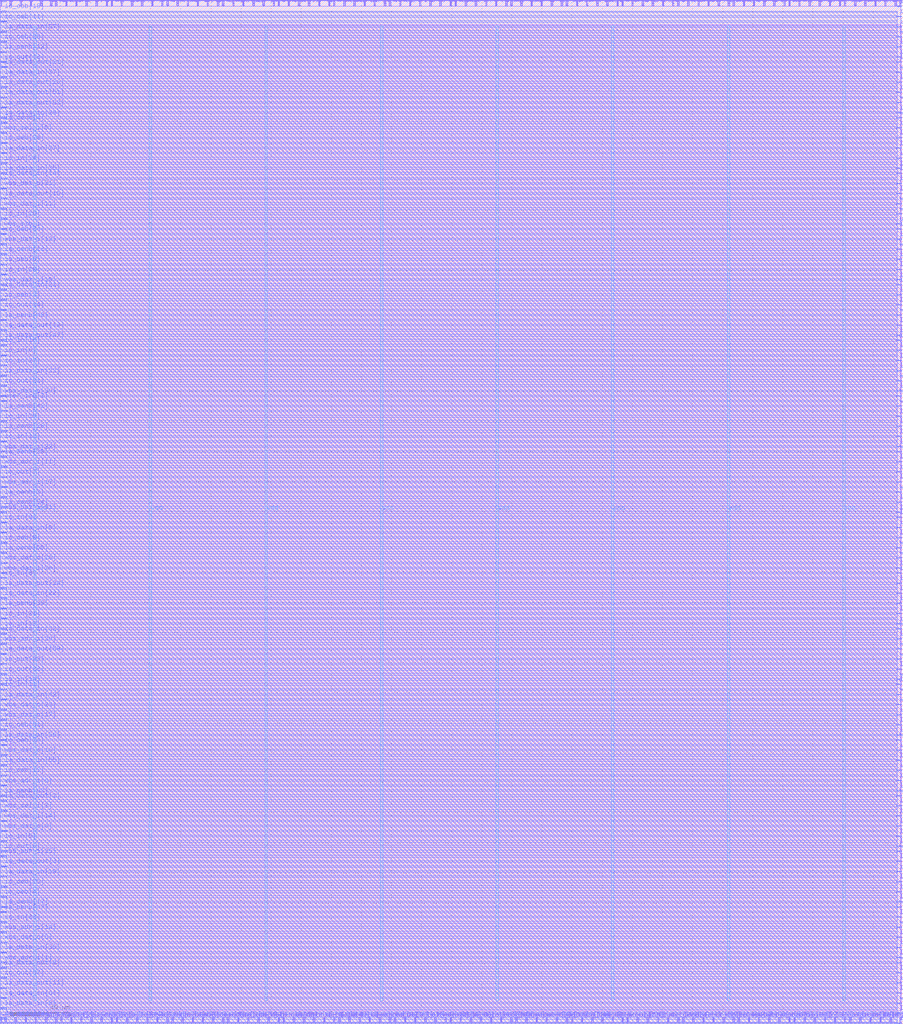
<source format=lef>
VERSION 5.7 ;
  NOWIREEXTENSIONATPIN ON ;
  DIVIDERCHAR "/" ;
  BUSBITCHARS "[]" ;
MACRO tiny_user_project
  CLASS BLOCK ;
  FOREIGN tiny_user_project ;
  ORIGIN 0.000 0.000 ;
  SIZE 600.000 BY 680.000 ;
  PIN io_in[0]
    DIRECTION INPUT ;
    USE SIGNAL ;
    PORT
      LAYER Metal3 ;
        RECT 1.000 443.520 4.000 444.080 ;
    END
  END io_in[0]
  PIN io_in[10]
    DIRECTION INPUT ;
    USE SIGNAL ;
    PORT
      LAYER Metal3 ;
        RECT 1.000 450.240 4.000 450.800 ;
    END
  END io_in[10]
  PIN io_in[11]
    DIRECTION INPUT ;
    USE SIGNAL ;
    PORT
      LAYER Metal3 ;
        RECT 1.000 221.760 4.000 222.320 ;
    END
  END io_in[11]
  PIN io_in[12]
    DIRECTION INPUT ;
    USE SIGNAL ;
    PORT
      LAYER Metal3 ;
        RECT 1.000 386.400 4.000 386.960 ;
    END
  END io_in[12]
  PIN io_in[13]
    DIRECTION INPUT ;
    USE SIGNAL ;
    PORT
      LAYER Metal3 ;
        RECT 1.000 262.080 4.000 262.640 ;
    END
  END io_in[13]
  PIN io_in[14]
    DIRECTION INPUT ;
    USE SIGNAL ;
    PORT
      LAYER Metal3 ;
        RECT 1.000 225.120 4.000 225.680 ;
    END
  END io_in[14]
  PIN io_in[15]
    DIRECTION INPUT ;
    USE SIGNAL ;
    PORT
      LAYER Metal2 ;
        RECT 299.040 676.000 299.600 679.000 ;
    END
  END io_in[15]
  PIN io_in[16]
    DIRECTION INPUT ;
    USE SIGNAL ;
    PORT
      LAYER Metal3 ;
        RECT 596.000 168.000 599.000 168.560 ;
    END
  END io_in[16]
  PIN io_in[17]
    DIRECTION INPUT ;
    USE SIGNAL ;
    PORT
      LAYER Metal3 ;
        RECT 596.000 641.760 599.000 642.320 ;
    END
  END io_in[17]
  PIN io_in[18]
    DIRECTION INPUT ;
    USE SIGNAL ;
    PORT
      LAYER Metal2 ;
        RECT 389.760 676.000 390.320 679.000 ;
    END
  END io_in[18]
  PIN io_in[19]
    DIRECTION INPUT ;
    USE SIGNAL ;
    PORT
      LAYER Metal3 ;
        RECT 596.000 26.880 599.000 27.440 ;
    END
  END io_in[19]
  PIN io_in[1]
    DIRECTION INPUT ;
    USE SIGNAL ;
    PORT
      LAYER Metal2 ;
        RECT 36.960 676.000 37.520 679.000 ;
    END
  END io_in[1]
  PIN io_in[20]
    DIRECTION INPUT ;
    USE SIGNAL ;
    PORT
      LAYER Metal2 ;
        RECT 470.400 676.000 470.960 679.000 ;
    END
  END io_in[20]
  PIN io_in[21]
    DIRECTION INPUT ;
    USE SIGNAL ;
    PORT
      LAYER Metal2 ;
        RECT 450.240 1.000 450.800 4.000 ;
    END
  END io_in[21]
  PIN io_in[22]
    DIRECTION INPUT ;
    USE SIGNAL ;
    PORT
      LAYER Metal2 ;
        RECT 598.080 676.000 598.640 679.000 ;
    END
  END io_in[22]
  PIN io_in[23]
    DIRECTION INPUT ;
    USE SIGNAL ;
    PORT
      LAYER Metal3 ;
        RECT 596.000 594.720 599.000 595.280 ;
    END
  END io_in[23]
  PIN io_in[24]
    DIRECTION INPUT ;
    USE SIGNAL ;
    PORT
      LAYER Metal2 ;
        RECT 527.520 1.000 528.080 4.000 ;
    END
  END io_in[24]
  PIN io_in[25]
    DIRECTION INPUT ;
    USE SIGNAL ;
    PORT
      LAYER Metal2 ;
        RECT 84.000 1.000 84.560 4.000 ;
    END
  END io_in[25]
  PIN io_in[26]
    DIRECTION INPUT ;
    USE SIGNAL ;
    PORT
      LAYER Metal3 ;
        RECT 1.000 534.240 4.000 534.800 ;
    END
  END io_in[26]
  PIN io_in[27]
    DIRECTION INPUT ;
    USE SIGNAL ;
    PORT
      LAYER Metal3 ;
        RECT 1.000 436.800 4.000 437.360 ;
    END
  END io_in[27]
  PIN io_in[28]
    DIRECTION INPUT ;
    USE SIGNAL ;
    PORT
      LAYER Metal3 ;
        RECT 1.000 497.280 4.000 497.840 ;
    END
  END io_in[28]
  PIN io_in[29]
    DIRECTION INPUT ;
    USE SIGNAL ;
    PORT
      LAYER Metal3 ;
        RECT 1.000 399.840 4.000 400.400 ;
    END
  END io_in[29]
  PIN io_in[2]
    DIRECTION INPUT ;
    USE SIGNAL ;
    PORT
      LAYER Metal3 ;
        RECT 596.000 675.360 599.000 675.920 ;
    END
  END io_in[2]
  PIN io_in[30]
    DIRECTION INPUT ;
    USE SIGNAL ;
    PORT
      LAYER Metal2 ;
        RECT 416.640 1.000 417.200 4.000 ;
    END
  END io_in[30]
  PIN io_in[31]
    DIRECTION INPUT ;
    USE SIGNAL ;
    PORT
      LAYER Metal3 ;
        RECT 1.000 268.800 4.000 269.360 ;
    END
  END io_in[31]
  PIN io_in[32]
    DIRECTION INPUT ;
    USE SIGNAL ;
    PORT
      LAYER Metal2 ;
        RECT 540.960 1.000 541.520 4.000 ;
    END
  END io_in[32]
  PIN io_in[33]
    DIRECTION INPUT ;
    USE SIGNAL ;
    PORT
      LAYER Metal3 ;
        RECT 1.000 67.200 4.000 67.760 ;
    END
  END io_in[33]
  PIN io_in[34]
    DIRECTION INPUT ;
    USE SIGNAL ;
    PORT
      LAYER Metal3 ;
        RECT 1.000 571.200 4.000 571.760 ;
    END
  END io_in[34]
  PIN io_in[35]
    DIRECTION INPUT ;
    USE SIGNAL ;
    PORT
      LAYER Metal2 ;
        RECT 530.880 676.000 531.440 679.000 ;
    END
  END io_in[35]
  PIN io_in[36]
    DIRECTION INPUT ;
    USE SIGNAL ;
    PORT
      LAYER Metal3 ;
        RECT 596.000 604.800 599.000 605.360 ;
    END
  END io_in[36]
  PIN io_in[37]
    DIRECTION INPUT ;
    USE SIGNAL ;
    PORT
      LAYER Metal3 ;
        RECT 596.000 527.520 599.000 528.080 ;
    END
  END io_in[37]
  PIN io_in[3]
    DIRECTION INPUT ;
    USE SIGNAL ;
    PORT
      LAYER Metal3 ;
        RECT 596.000 668.640 599.000 669.200 ;
    END
  END io_in[3]
  PIN io_in[4]
    DIRECTION INPUT ;
    USE SIGNAL ;
    PORT
      LAYER Metal3 ;
        RECT 596.000 329.280 599.000 329.840 ;
    END
  END io_in[4]
  PIN io_in[5]
    DIRECTION INPUT ;
    USE SIGNAL ;
    PORT
      LAYER Metal3 ;
        RECT 1.000 120.960 4.000 121.520 ;
    END
  END io_in[5]
  PIN io_in[6]
    DIRECTION INPUT ;
    USE SIGNAL ;
    PORT
      LAYER Metal3 ;
        RECT 596.000 161.280 599.000 161.840 ;
    END
  END io_in[6]
  PIN io_in[7]
    DIRECTION INPUT ;
    USE SIGNAL ;
    PORT
      LAYER Metal2 ;
        RECT 483.840 676.000 484.400 679.000 ;
    END
  END io_in[7]
  PIN io_in[8]
    DIRECTION INPUT ;
    USE SIGNAL ;
    PORT
      LAYER Metal3 ;
        RECT 1.000 295.680 4.000 296.240 ;
    END
  END io_in[8]
  PIN io_in[9]
    DIRECTION INPUT ;
    USE SIGNAL ;
    PORT
      LAYER Metal3 ;
        RECT 1.000 332.640 4.000 333.200 ;
    END
  END io_in[9]
  PIN io_oeb[0]
    DIRECTION OUTPUT TRISTATE ;
    USE SIGNAL ;
    PORT
      LAYER Metal3 ;
        RECT 596.000 490.560 599.000 491.120 ;
    END
  END io_oeb[0]
  PIN io_oeb[10]
    DIRECTION OUTPUT TRISTATE ;
    USE SIGNAL ;
    PORT
      LAYER Metal3 ;
        RECT 596.000 453.600 599.000 454.160 ;
    END
  END io_oeb[10]
  PIN io_oeb[11]
    DIRECTION OUTPUT TRISTATE ;
    USE SIGNAL ;
    PORT
      LAYER Metal3 ;
        RECT 1.000 665.280 4.000 665.840 ;
    END
  END io_oeb[11]
  PIN io_oeb[12]
    DIRECTION OUTPUT TRISTATE ;
    USE SIGNAL ;
    PORT
      LAYER Metal2 ;
        RECT 393.120 1.000 393.680 4.000 ;
    END
  END io_oeb[12]
  PIN io_oeb[13]
    DIRECTION OUTPUT TRISTATE ;
    USE SIGNAL ;
    PORT
      LAYER Metal3 ;
        RECT 1.000 164.640 4.000 165.200 ;
    END
  END io_oeb[13]
  PIN io_oeb[14]
    DIRECTION OUTPUT TRISTATE ;
    USE SIGNAL ;
    PORT
      LAYER Metal2 ;
        RECT 584.640 1.000 585.200 4.000 ;
    END
  END io_oeb[14]
  PIN io_oeb[15]
    DIRECTION OUTPUT TRISTATE ;
    USE SIGNAL ;
    PORT
      LAYER Metal2 ;
        RECT 366.240 676.000 366.800 679.000 ;
    END
  END io_oeb[15]
  PIN io_oeb[16]
    DIRECTION OUTPUT TRISTATE ;
    USE SIGNAL ;
    PORT
      LAYER Metal2 ;
        RECT 184.800 1.000 185.360 4.000 ;
    END
  END io_oeb[16]
  PIN io_oeb[17]
    DIRECTION OUTPUT TRISTATE ;
    USE SIGNAL ;
    PORT
      LAYER Metal2 ;
        RECT 60.480 1.000 61.040 4.000 ;
    END
  END io_oeb[17]
  PIN io_oeb[18]
    DIRECTION OUTPUT TRISTATE ;
    USE SIGNAL ;
    PORT
      LAYER Metal3 ;
        RECT 1.000 672.000 4.000 672.560 ;
    END
  END io_oeb[18]
  PIN io_oeb[19]
    DIRECTION OUTPUT TRISTATE ;
    USE SIGNAL ;
    PORT
      LAYER Metal2 ;
        RECT 184.800 676.000 185.360 679.000 ;
    END
  END io_oeb[19]
  PIN io_oeb[1]
    DIRECTION OUTPUT TRISTATE ;
    USE SIGNAL ;
    PORT
      LAYER Metal2 ;
        RECT 131.040 676.000 131.600 679.000 ;
    END
  END io_oeb[1]
  PIN io_oeb[20]
    DIRECTION OUTPUT TRISTATE ;
    USE SIGNAL ;
    PORT
      LAYER Metal2 ;
        RECT 329.280 676.000 329.840 679.000 ;
    END
  END io_oeb[20]
  PIN io_oeb[21]
    DIRECTION OUTPUT TRISTATE ;
    USE SIGNAL ;
    PORT
      LAYER Metal2 ;
        RECT 547.680 1.000 548.240 4.000 ;
    END
  END io_oeb[21]
  PIN io_oeb[22]
    DIRECTION OUTPUT TRISTATE ;
    USE SIGNAL ;
    PORT
      LAYER Metal3 ;
        RECT 596.000 204.960 599.000 205.520 ;
    END
  END io_oeb[22]
  PIN io_oeb[23]
    DIRECTION OUTPUT TRISTATE ;
    USE SIGNAL ;
    PORT
      LAYER Metal2 ;
        RECT 581.280 676.000 581.840 679.000 ;
    END
  END io_oeb[23]
  PIN io_oeb[24]
    DIRECTION OUTPUT TRISTATE ;
    USE SIGNAL ;
    PORT
      LAYER Metal3 ;
        RECT 1.000 184.800 4.000 185.360 ;
    END
  END io_oeb[24]
  PIN io_oeb[25]
    DIRECTION OUTPUT TRISTATE ;
    USE SIGNAL ;
    PORT
      LAYER Metal3 ;
        RECT 1.000 90.720 4.000 91.280 ;
    END
  END io_oeb[25]
  PIN io_oeb[26]
    DIRECTION OUTPUT TRISTATE ;
    USE SIGNAL ;
    PORT
      LAYER Metal3 ;
        RECT 1.000 584.640 4.000 585.200 ;
    END
  END io_oeb[26]
  PIN io_oeb[27]
    DIRECTION OUTPUT TRISTATE ;
    USE SIGNAL ;
    PORT
      LAYER Metal2 ;
        RECT 534.240 1.000 534.800 4.000 ;
    END
  END io_oeb[27]
  PIN io_oeb[28]
    DIRECTION OUTPUT TRISTATE ;
    USE SIGNAL ;
    PORT
      LAYER Metal3 ;
        RECT 1.000 651.840 4.000 652.400 ;
    END
  END io_oeb[28]
  PIN io_oeb[29]
    DIRECTION OUTPUT TRISTATE ;
    USE SIGNAL ;
    PORT
      LAYER Metal3 ;
        RECT 596.000 366.240 599.000 366.800 ;
    END
  END io_oeb[29]
  PIN io_oeb[2]
    DIRECTION OUTPUT TRISTATE ;
    USE SIGNAL ;
    PORT
      LAYER Metal3 ;
        RECT 596.000 285.600 599.000 286.160 ;
    END
  END io_oeb[2]
  PIN io_oeb[30]
    DIRECTION OUTPUT TRISTATE ;
    USE SIGNAL ;
    PORT
      LAYER Metal3 ;
        RECT 596.000 0.000 599.000 0.560 ;
    END
  END io_oeb[30]
  PIN io_oeb[31]
    DIRECTION OUTPUT TRISTATE ;
    USE SIGNAL ;
    PORT
      LAYER Metal3 ;
        RECT 1.000 194.880 4.000 195.440 ;
    END
  END io_oeb[31]
  PIN io_oeb[32]
    DIRECTION OUTPUT TRISTATE ;
    USE SIGNAL ;
    PORT
      LAYER Metal2 ;
        RECT 520.800 676.000 521.360 679.000 ;
    END
  END io_oeb[32]
  PIN io_oeb[33]
    DIRECTION OUTPUT TRISTATE ;
    USE SIGNAL ;
    PORT
      LAYER Metal3 ;
        RECT 596.000 144.480 599.000 145.040 ;
    END
  END io_oeb[33]
  PIN io_oeb[34]
    DIRECTION OUTPUT TRISTATE ;
    USE SIGNAL ;
    PORT
      LAYER Metal3 ;
        RECT 1.000 524.160 4.000 524.720 ;
    END
  END io_oeb[34]
  PIN io_oeb[35]
    DIRECTION OUTPUT TRISTATE ;
    USE SIGNAL ;
    PORT
      LAYER Metal3 ;
        RECT 596.000 618.240 599.000 618.800 ;
    END
  END io_oeb[35]
  PIN io_oeb[36]
    DIRECTION OUTPUT TRISTATE ;
    USE SIGNAL ;
    PORT
      LAYER Metal2 ;
        RECT 315.840 676.000 316.400 679.000 ;
    END
  END io_oeb[36]
  PIN io_oeb[37]
    DIRECTION OUTPUT TRISTATE ;
    USE SIGNAL ;
    PORT
      LAYER Metal3 ;
        RECT 596.000 299.040 599.000 299.600 ;
    END
  END io_oeb[37]
  PIN io_oeb[3]
    DIRECTION OUTPUT TRISTATE ;
    USE SIGNAL ;
    PORT
      LAYER Metal3 ;
        RECT 1.000 480.480 4.000 481.040 ;
    END
  END io_oeb[3]
  PIN io_oeb[4]
    DIRECTION OUTPUT TRISTATE ;
    USE SIGNAL ;
    PORT
      LAYER Metal3 ;
        RECT 1.000 84.000 4.000 84.560 ;
    END
  END io_oeb[4]
  PIN io_oeb[5]
    DIRECTION OUTPUT TRISTATE ;
    USE SIGNAL ;
    PORT
      LAYER Metal2 ;
        RECT 426.720 676.000 427.280 679.000 ;
    END
  END io_oeb[5]
  PIN io_oeb[6]
    DIRECTION OUTPUT TRISTATE ;
    USE SIGNAL ;
    PORT
      LAYER Metal3 ;
        RECT 1.000 504.000 4.000 504.560 ;
    END
  END io_oeb[6]
  PIN io_oeb[7]
    DIRECTION OUTPUT TRISTATE ;
    USE SIGNAL ;
    PORT
      LAYER Metal2 ;
        RECT 265.440 676.000 266.000 679.000 ;
    END
  END io_oeb[7]
  PIN io_oeb[8]
    DIRECTION OUTPUT TRISTATE ;
    USE SIGNAL ;
    PORT
      LAYER Metal3 ;
        RECT 1.000 319.200 4.000 319.760 ;
    END
  END io_oeb[8]
  PIN io_oeb[9]
    DIRECTION OUTPUT TRISTATE ;
    USE SIGNAL ;
    PORT
      LAYER Metal3 ;
        RECT 596.000 661.920 599.000 662.480 ;
    END
  END io_oeb[9]
  PIN io_out[0]
    DIRECTION OUTPUT TRISTATE ;
    USE SIGNAL ;
    PORT
      LAYER Metal2 ;
        RECT 63.840 676.000 64.400 679.000 ;
    END
  END io_out[0]
  PIN io_out[10]
    DIRECTION OUTPUT TRISTATE ;
    USE SIGNAL ;
    PORT
      LAYER Metal2 ;
        RECT 154.560 676.000 155.120 679.000 ;
    END
  END io_out[10]
  PIN io_out[11]
    DIRECTION OUTPUT TRISTATE ;
    USE SIGNAL ;
    PORT
      LAYER Metal2 ;
        RECT 413.280 1.000 413.840 4.000 ;
    END
  END io_out[11]
  PIN io_out[12]
    DIRECTION OUTPUT TRISTATE ;
    USE SIGNAL ;
    PORT
      LAYER Metal2 ;
        RECT 588.000 676.000 588.560 679.000 ;
    END
  END io_out[12]
  PIN io_out[13]
    DIRECTION OUTPUT TRISTATE ;
    USE SIGNAL ;
    PORT
      LAYER Metal3 ;
        RECT 1.000 638.400 4.000 638.960 ;
    END
  END io_out[13]
  PIN io_out[14]
    DIRECTION OUTPUT TRISTATE ;
    USE SIGNAL ;
    PORT
      LAYER Metal3 ;
        RECT 1.000 473.760 4.000 474.320 ;
    END
  END io_out[14]
  PIN io_out[15]
    DIRECTION OUTPUT TRISTATE ;
    USE SIGNAL ;
    PORT
      LAYER Metal2 ;
        RECT 258.720 1.000 259.280 4.000 ;
    END
  END io_out[15]
  PIN io_out[16]
    DIRECTION OUTPUT TRISTATE ;
    USE SIGNAL ;
    PORT
      LAYER Metal3 ;
        RECT 596.000 574.560 599.000 575.120 ;
    END
  END io_out[16]
  PIN io_out[17]
    DIRECTION OUTPUT TRISTATE ;
    USE SIGNAL ;
    PORT
      LAYER Metal2 ;
        RECT 73.920 1.000 74.480 4.000 ;
    END
  END io_out[17]
  PIN io_out[18]
    DIRECTION OUTPUT TRISTATE ;
    USE SIGNAL ;
    PORT
      LAYER Metal2 ;
        RECT 598.080 1.000 598.640 4.000 ;
    END
  END io_out[18]
  PIN io_out[19]
    DIRECTION OUTPUT TRISTATE ;
    USE SIGNAL ;
    PORT
      LAYER Metal2 ;
        RECT 100.800 676.000 101.360 679.000 ;
    END
  END io_out[19]
  PIN io_out[1]
    DIRECTION OUTPUT TRISTATE ;
    USE SIGNAL ;
    PORT
      LAYER Metal2 ;
        RECT 40.320 1.000 40.880 4.000 ;
    END
  END io_out[1]
  PIN io_out[20]
    DIRECTION OUTPUT TRISTATE ;
    USE SIGNAL ;
    PORT
      LAYER Metal3 ;
        RECT 596.000 100.800 599.000 101.360 ;
    END
  END io_out[20]
  PIN io_out[21]
    DIRECTION OUTPUT TRISTATE ;
    USE SIGNAL ;
    PORT
      LAYER Metal3 ;
        RECT 1.000 423.360 4.000 423.920 ;
    END
  END io_out[21]
  PIN io_out[22]
    DIRECTION OUTPUT TRISTATE ;
    USE SIGNAL ;
    PORT
      LAYER Metal3 ;
        RECT 596.000 181.440 599.000 182.000 ;
    END
  END io_out[22]
  PIN io_out[23]
    DIRECTION OUTPUT TRISTATE ;
    USE SIGNAL ;
    PORT
      LAYER Metal3 ;
        RECT 1.000 238.560 4.000 239.120 ;
    END
  END io_out[23]
  PIN io_out[24]
    DIRECTION OUTPUT TRISTATE ;
    USE SIGNAL ;
    PORT
      LAYER Metal2 ;
        RECT 561.120 1.000 561.680 4.000 ;
    END
  END io_out[24]
  PIN io_out[25]
    DIRECTION OUTPUT TRISTATE ;
    USE SIGNAL ;
    PORT
      LAYER Metal3 ;
        RECT 596.000 57.120 599.000 57.680 ;
    END
  END io_out[25]
  PIN io_out[26]
    DIRECTION OUTPUT TRISTATE ;
    USE SIGNAL ;
    PORT
      LAYER Metal2 ;
        RECT 268.800 1.000 269.360 4.000 ;
    END
  END io_out[26]
  PIN io_out[27]
    DIRECTION OUTPUT TRISTATE ;
    USE SIGNAL ;
    PORT
      LAYER Metal2 ;
        RECT 215.040 1.000 215.600 4.000 ;
    END
  END io_out[27]
  PIN io_out[28]
    DIRECTION OUTPUT TRISTATE ;
    USE SIGNAL ;
    PORT
      LAYER Metal2 ;
        RECT 409.920 676.000 410.480 679.000 ;
    END
  END io_out[28]
  PIN io_out[29]
    DIRECTION OUTPUT TRISTATE ;
    USE SIGNAL ;
    PORT
      LAYER Metal2 ;
        RECT 436.800 1.000 437.360 4.000 ;
    END
  END io_out[29]
  PIN io_out[2]
    DIRECTION OUTPUT TRISTATE ;
    USE SIGNAL ;
    PORT
      LAYER Metal3 ;
        RECT 596.000 265.440 599.000 266.000 ;
    END
  END io_out[2]
  PIN io_out[30]
    DIRECTION OUTPUT TRISTATE ;
    USE SIGNAL ;
    PORT
      LAYER Metal2 ;
        RECT 544.320 676.000 544.880 679.000 ;
    END
  END io_out[30]
  PIN io_out[31]
    DIRECTION OUTPUT TRISTATE ;
    USE SIGNAL ;
    PORT
      LAYER Metal2 ;
        RECT 225.120 1.000 225.680 4.000 ;
    END
  END io_out[31]
  PIN io_out[32]
    DIRECTION OUTPUT TRISTATE ;
    USE SIGNAL ;
    PORT
      LAYER Metal2 ;
        RECT 359.520 676.000 360.080 679.000 ;
    END
  END io_out[32]
  PIN io_out[33]
    DIRECTION OUTPUT TRISTATE ;
    USE SIGNAL ;
    PORT
      LAYER Metal3 ;
        RECT 1.000 231.840 4.000 232.400 ;
    END
  END io_out[33]
  PIN io_out[34]
    DIRECTION OUTPUT TRISTATE ;
    USE SIGNAL ;
    PORT
      LAYER Metal2 ;
        RECT 423.360 1.000 423.920 4.000 ;
    END
  END io_out[34]
  PIN io_out[35]
    DIRECTION OUTPUT TRISTATE ;
    USE SIGNAL ;
    PORT
      LAYER Metal2 ;
        RECT 379.680 1.000 380.240 4.000 ;
    END
  END io_out[35]
  PIN io_out[36]
    DIRECTION OUTPUT TRISTATE ;
    USE SIGNAL ;
    PORT
      LAYER Metal2 ;
        RECT 151.200 1.000 151.760 4.000 ;
    END
  END io_out[36]
  PIN io_out[37]
    DIRECTION OUTPUT TRISTATE ;
    USE SIGNAL ;
    PORT
      LAYER Metal3 ;
        RECT 1.000 30.240 4.000 30.800 ;
    END
  END io_out[37]
  PIN io_out[3]
    DIRECTION OUTPUT TRISTATE ;
    USE SIGNAL ;
    PORT
      LAYER Metal2 ;
        RECT 255.360 676.000 255.920 679.000 ;
    END
  END io_out[3]
  PIN io_out[4]
    DIRECTION OUTPUT TRISTATE ;
    USE SIGNAL ;
    PORT
      LAYER Metal2 ;
        RECT 295.680 1.000 296.240 4.000 ;
    END
  END io_out[4]
  PIN io_out[5]
    DIRECTION OUTPUT TRISTATE ;
    USE SIGNAL ;
    PORT
      LAYER Metal2 ;
        RECT 228.480 676.000 229.040 679.000 ;
    END
  END io_out[5]
  PIN io_out[6]
    DIRECTION OUTPUT TRISTATE ;
    USE SIGNAL ;
    PORT
      LAYER Metal3 ;
        RECT 1.000 114.240 4.000 114.800 ;
    END
  END io_out[6]
  PIN io_out[7]
    DIRECTION OUTPUT TRISTATE ;
    USE SIGNAL ;
    PORT
      LAYER Metal3 ;
        RECT 1.000 362.880 4.000 363.440 ;
    END
  END io_out[7]
  PIN io_out[8]
    DIRECTION OUTPUT TRISTATE ;
    USE SIGNAL ;
    PORT
      LAYER Metal2 ;
        RECT 467.040 1.000 467.600 4.000 ;
    END
  END io_out[8]
  PIN io_out[9]
    DIRECTION OUTPUT TRISTATE ;
    USE SIGNAL ;
    PORT
      LAYER Metal2 ;
        RECT 164.640 1.000 165.200 4.000 ;
    END
  END io_out[9]
  PIN la_data_in[0]
    DIRECTION INPUT ;
    USE SIGNAL ;
    PORT
      LAYER Metal3 ;
        RECT 1.000 325.920 4.000 326.480 ;
    END
  END la_data_in[0]
  PIN la_data_in[10]
    DIRECTION INPUT ;
    USE SIGNAL ;
    PORT
      LAYER Metal3 ;
        RECT 596.000 638.400 599.000 638.960 ;
    END
  END la_data_in[10]
  PIN la_data_in[11]
    DIRECTION INPUT ;
    USE SIGNAL ;
    PORT
      LAYER Metal3 ;
        RECT 596.000 322.560 599.000 323.120 ;
    END
  END la_data_in[11]
  PIN la_data_in[12]
    DIRECTION INPUT ;
    USE SIGNAL ;
    PORT
      LAYER Metal2 ;
        RECT 194.880 1.000 195.440 4.000 ;
    END
  END la_data_in[12]
  PIN la_data_in[13]
    DIRECTION INPUT ;
    USE SIGNAL ;
    PORT
      LAYER Metal2 ;
        RECT 218.400 676.000 218.960 679.000 ;
    END
  END la_data_in[13]
  PIN la_data_in[14]
    DIRECTION INPUT ;
    USE SIGNAL ;
    PORT
      LAYER Metal3 ;
        RECT 1.000 561.120 4.000 561.680 ;
    END
  END la_data_in[14]
  PIN la_data_in[15]
    DIRECTION INPUT ;
    USE SIGNAL ;
    PORT
      LAYER Metal3 ;
        RECT 596.000 500.640 599.000 501.200 ;
    END
  END la_data_in[15]
  PIN la_data_in[16]
    DIRECTION INPUT ;
    USE SIGNAL ;
    PORT
      LAYER Metal2 ;
        RECT 20.160 676.000 20.720 679.000 ;
    END
  END la_data_in[16]
  PIN la_data_in[17]
    DIRECTION INPUT ;
    USE SIGNAL ;
    PORT
      LAYER Metal3 ;
        RECT 596.000 137.760 599.000 138.320 ;
    END
  END la_data_in[17]
  PIN la_data_in[18]
    DIRECTION INPUT ;
    USE SIGNAL ;
    PORT
      LAYER Metal2 ;
        RECT 278.880 676.000 279.440 679.000 ;
    END
  END la_data_in[18]
  PIN la_data_in[19]
    DIRECTION INPUT ;
    USE SIGNAL ;
    PORT
      LAYER Metal3 ;
        RECT 1.000 97.440 4.000 98.000 ;
    END
  END la_data_in[19]
  PIN la_data_in[1]
    DIRECTION INPUT ;
    USE SIGNAL ;
    PORT
      LAYER Metal2 ;
        RECT 107.520 676.000 108.080 679.000 ;
    END
  END la_data_in[1]
  PIN la_data_in[20]
    DIRECTION INPUT ;
    USE SIGNAL ;
    PORT
      LAYER Metal3 ;
        RECT 596.000 174.720 599.000 175.280 ;
    END
  END la_data_in[20]
  PIN la_data_in[21]
    DIRECTION INPUT ;
    USE SIGNAL ;
    PORT
      LAYER Metal3 ;
        RECT 1.000 487.200 4.000 487.760 ;
    END
  END la_data_in[21]
  PIN la_data_in[22]
    DIRECTION INPUT ;
    USE SIGNAL ;
    PORT
      LAYER Metal3 ;
        RECT 1.000 282.240 4.000 282.800 ;
    END
  END la_data_in[22]
  PIN la_data_in[23]
    DIRECTION INPUT ;
    USE SIGNAL ;
    PORT
      LAYER Metal3 ;
        RECT 596.000 520.800 599.000 521.360 ;
    END
  END la_data_in[23]
  PIN la_data_in[24]
    DIRECTION INPUT ;
    USE SIGNAL ;
    PORT
      LAYER Metal2 ;
        RECT 285.600 676.000 286.160 679.000 ;
    END
  END la_data_in[24]
  PIN la_data_in[25]
    DIRECTION INPUT ;
    USE SIGNAL ;
    PORT
      LAYER Metal2 ;
        RECT 94.080 676.000 94.640 679.000 ;
    END
  END la_data_in[25]
  PIN la_data_in[26]
    DIRECTION INPUT ;
    USE SIGNAL ;
    PORT
      LAYER Metal2 ;
        RECT 352.800 676.000 353.360 679.000 ;
    END
  END la_data_in[26]
  PIN la_data_in[27]
    DIRECTION INPUT ;
    USE SIGNAL ;
    PORT
      LAYER Metal3 ;
        RECT 1.000 577.920 4.000 578.480 ;
    END
  END la_data_in[27]
  PIN la_data_in[28]
    DIRECTION INPUT ;
    USE SIGNAL ;
    PORT
      LAYER Metal3 ;
        RECT 1.000 601.440 4.000 602.000 ;
    END
  END la_data_in[28]
  PIN la_data_in[29]
    DIRECTION INPUT ;
    USE SIGNAL ;
    PORT
      LAYER Metal3 ;
        RECT 596.000 198.240 599.000 198.800 ;
    END
  END la_data_in[29]
  PIN la_data_in[2]
    DIRECTION INPUT ;
    USE SIGNAL ;
    PORT
      LAYER Metal2 ;
        RECT 241.920 676.000 242.480 679.000 ;
    END
  END la_data_in[2]
  PIN la_data_in[30]
    DIRECTION INPUT ;
    USE SIGNAL ;
    PORT
      LAYER Metal3 ;
        RECT 1.000 47.040 4.000 47.600 ;
    END
  END la_data_in[30]
  PIN la_data_in[31]
    DIRECTION INPUT ;
    USE SIGNAL ;
    PORT
      LAYER Metal2 ;
        RECT 500.640 676.000 501.200 679.000 ;
    END
  END la_data_in[31]
  PIN la_data_in[32]
    DIRECTION INPUT ;
    USE SIGNAL ;
    PORT
      LAYER Metal3 ;
        RECT 1.000 258.720 4.000 259.280 ;
    END
  END la_data_in[32]
  PIN la_data_in[33]
    DIRECTION INPUT ;
    USE SIGNAL ;
    PORT
      LAYER Metal3 ;
        RECT 1.000 430.080 4.000 430.640 ;
    END
  END la_data_in[33]
  PIN la_data_in[34]
    DIRECTION INPUT ;
    USE SIGNAL ;
    PORT
      LAYER Metal2 ;
        RECT 6.720 676.000 7.280 679.000 ;
    END
  END la_data_in[34]
  PIN la_data_in[35]
    DIRECTION INPUT ;
    USE SIGNAL ;
    PORT
      LAYER Metal3 ;
        RECT 1.000 564.480 4.000 565.040 ;
    END
  END la_data_in[35]
  PIN la_data_in[36]
    DIRECTION INPUT ;
    USE SIGNAL ;
    PORT
      LAYER Metal2 ;
        RECT 453.600 1.000 454.160 4.000 ;
    END
  END la_data_in[36]
  PIN la_data_in[37]
    DIRECTION INPUT ;
    USE SIGNAL ;
    PORT
      LAYER Metal3 ;
        RECT 1.000 628.320 4.000 628.880 ;
    END
  END la_data_in[37]
  PIN la_data_in[38]
    DIRECTION INPUT ;
    USE SIGNAL ;
    PORT
      LAYER Metal2 ;
        RECT 288.960 1.000 289.520 4.000 ;
    END
  END la_data_in[38]
  PIN la_data_in[39]
    DIRECTION INPUT ;
    USE SIGNAL ;
    PORT
      LAYER Metal2 ;
        RECT 309.120 676.000 309.680 679.000 ;
    END
  END la_data_in[39]
  PIN la_data_in[3]
    DIRECTION INPUT ;
    USE SIGNAL ;
    PORT
      LAYER Metal3 ;
        RECT 596.000 389.760 599.000 390.320 ;
    END
  END la_data_in[3]
  PIN la_data_in[40]
    DIRECTION INPUT ;
    USE SIGNAL ;
    PORT
      LAYER Metal2 ;
        RECT 221.760 1.000 222.320 4.000 ;
    END
  END la_data_in[40]
  PIN la_data_in[41]
    DIRECTION INPUT ;
    USE SIGNAL ;
    PORT
      LAYER Metal2 ;
        RECT 305.760 1.000 306.320 4.000 ;
    END
  END la_data_in[41]
  PIN la_data_in[42]
    DIRECTION INPUT ;
    USE SIGNAL ;
    PORT
      LAYER Metal3 ;
        RECT 1.000 215.040 4.000 215.600 ;
    END
  END la_data_in[42]
  PIN la_data_in[43]
    DIRECTION INPUT ;
    USE SIGNAL ;
    PORT
      LAYER Metal2 ;
        RECT 561.120 676.000 561.680 679.000 ;
    END
  END la_data_in[43]
  PIN la_data_in[44]
    DIRECTION INPUT ;
    USE SIGNAL ;
    PORT
      LAYER Metal3 ;
        RECT 596.000 43.680 599.000 44.240 ;
    END
  END la_data_in[44]
  PIN la_data_in[45]
    DIRECTION INPUT ;
    USE SIGNAL ;
    PORT
      LAYER Metal2 ;
        RECT 208.320 1.000 208.880 4.000 ;
    END
  END la_data_in[45]
  PIN la_data_in[46]
    DIRECTION INPUT ;
    USE SIGNAL ;
    PORT
      LAYER Metal3 ;
        RECT 596.000 507.360 599.000 507.920 ;
    END
  END la_data_in[46]
  PIN la_data_in[47]
    DIRECTION INPUT ;
    USE SIGNAL ;
    PORT
      LAYER Metal2 ;
        RECT 399.840 1.000 400.400 4.000 ;
    END
  END la_data_in[47]
  PIN la_data_in[48]
    DIRECTION INPUT ;
    USE SIGNAL ;
    PORT
      LAYER Metal2 ;
        RECT 258.720 676.000 259.280 679.000 ;
    END
  END la_data_in[48]
  PIN la_data_in[49]
    DIRECTION INPUT ;
    USE SIGNAL ;
    PORT
      LAYER Metal2 ;
        RECT 204.960 676.000 205.520 679.000 ;
    END
  END la_data_in[49]
  PIN la_data_in[4]
    DIRECTION INPUT ;
    USE SIGNAL ;
    PORT
      LAYER Metal2 ;
        RECT 13.440 676.000 14.000 679.000 ;
    END
  END la_data_in[4]
  PIN la_data_in[50]
    DIRECTION INPUT ;
    USE SIGNAL ;
    PORT
      LAYER Metal2 ;
        RECT 211.680 676.000 212.240 679.000 ;
    END
  END la_data_in[50]
  PIN la_data_in[51]
    DIRECTION INPUT ;
    USE SIGNAL ;
    PORT
      LAYER Metal2 ;
        RECT 299.040 1.000 299.600 4.000 ;
    END
  END la_data_in[51]
  PIN la_data_in[52]
    DIRECTION INPUT ;
    USE SIGNAL ;
    PORT
      LAYER Metal3 ;
        RECT 596.000 255.360 599.000 255.920 ;
    END
  END la_data_in[52]
  PIN la_data_in[53]
    DIRECTION INPUT ;
    USE SIGNAL ;
    PORT
      LAYER Metal2 ;
        RECT 456.960 676.000 457.520 679.000 ;
    END
  END la_data_in[53]
  PIN la_data_in[54]
    DIRECTION INPUT ;
    USE SIGNAL ;
    PORT
      LAYER Metal2 ;
        RECT 413.280 676.000 413.840 679.000 ;
    END
  END la_data_in[54]
  PIN la_data_in[55]
    DIRECTION INPUT ;
    USE SIGNAL ;
    PORT
      LAYER Metal3 ;
        RECT 1.000 171.360 4.000 171.920 ;
    END
  END la_data_in[55]
  PIN la_data_in[56]
    DIRECTION INPUT ;
    USE SIGNAL ;
    PORT
      LAYER Metal3 ;
        RECT 1.000 188.160 4.000 188.720 ;
    END
  END la_data_in[56]
  PIN la_data_in[57]
    DIRECTION INPUT ;
    USE SIGNAL ;
    PORT
      LAYER Metal3 ;
        RECT 1.000 658.560 4.000 659.120 ;
    END
  END la_data_in[57]
  PIN la_data_in[58]
    DIRECTION INPUT ;
    USE SIGNAL ;
    PORT
      LAYER Metal2 ;
        RECT 231.840 1.000 232.400 4.000 ;
    END
  END la_data_in[58]
  PIN la_data_in[59]
    DIRECTION INPUT ;
    USE SIGNAL ;
    PORT
      LAYER Metal3 ;
        RECT 596.000 624.960 599.000 625.520 ;
    END
  END la_data_in[59]
  PIN la_data_in[5]
    DIRECTION INPUT ;
    USE SIGNAL ;
    PORT
      LAYER Metal2 ;
        RECT 110.880 1.000 111.440 4.000 ;
    END
  END la_data_in[5]
  PIN la_data_in[60]
    DIRECTION INPUT ;
    USE SIGNAL ;
    PORT
      LAYER Metal3 ;
        RECT 596.000 463.680 599.000 464.240 ;
    END
  END la_data_in[60]
  PIN la_data_in[61]
    DIRECTION INPUT ;
    USE SIGNAL ;
    PORT
      LAYER Metal3 ;
        RECT 1.000 16.800 4.000 17.360 ;
    END
  END la_data_in[61]
  PIN la_data_in[62]
    DIRECTION INPUT ;
    USE SIGNAL ;
    PORT
      LAYER Metal2 ;
        RECT 376.320 1.000 376.880 4.000 ;
    END
  END la_data_in[62]
  PIN la_data_in[63]
    DIRECTION INPUT ;
    USE SIGNAL ;
    PORT
      LAYER Metal2 ;
        RECT 124.320 676.000 124.880 679.000 ;
    END
  END la_data_in[63]
  PIN la_data_in[6]
    DIRECTION INPUT ;
    USE SIGNAL ;
    PORT
      LAYER Metal2 ;
        RECT 127.680 1.000 128.240 4.000 ;
    END
  END la_data_in[6]
  PIN la_data_in[7]
    DIRECTION INPUT ;
    USE SIGNAL ;
    PORT
      LAYER Metal3 ;
        RECT 596.000 272.160 599.000 272.720 ;
    END
  END la_data_in[7]
  PIN la_data_in[8]
    DIRECTION INPUT ;
    USE SIGNAL ;
    PORT
      LAYER Metal3 ;
        RECT 1.000 10.080 4.000 10.640 ;
    END
  END la_data_in[8]
  PIN la_data_in[9]
    DIRECTION INPUT ;
    USE SIGNAL ;
    PORT
      LAYER Metal2 ;
        RECT 537.600 676.000 538.160 679.000 ;
    END
  END la_data_in[9]
  PIN la_data_out[0]
    DIRECTION OUTPUT TRISTATE ;
    USE SIGNAL ;
    PORT
      LAYER Metal2 ;
        RECT 514.080 676.000 514.640 679.000 ;
    END
  END la_data_out[0]
  PIN la_data_out[10]
    DIRECTION OUTPUT TRISTATE ;
    USE SIGNAL ;
    PORT
      LAYER Metal3 ;
        RECT 596.000 383.040 599.000 383.600 ;
    END
  END la_data_out[10]
  PIN la_data_out[11]
    DIRECTION OUTPUT TRISTATE ;
    USE SIGNAL ;
    PORT
      LAYER Metal3 ;
        RECT 1.000 23.520 4.000 24.080 ;
    END
  END la_data_out[11]
  PIN la_data_out[12]
    DIRECTION OUTPUT TRISTATE ;
    USE SIGNAL ;
    PORT
      LAYER Metal3 ;
        RECT 1.000 460.320 4.000 460.880 ;
    END
  END la_data_out[12]
  PIN la_data_out[13]
    DIRECTION OUTPUT TRISTATE ;
    USE SIGNAL ;
    PORT
      LAYER Metal2 ;
        RECT 238.560 1.000 239.120 4.000 ;
    END
  END la_data_out[13]
  PIN la_data_out[14]
    DIRECTION OUTPUT TRISTATE ;
    USE SIGNAL ;
    PORT
      LAYER Metal3 ;
        RECT 596.000 302.400 599.000 302.960 ;
    END
  END la_data_out[14]
  PIN la_data_out[15]
    DIRECTION OUTPUT TRISTATE ;
    USE SIGNAL ;
    PORT
      LAYER Metal3 ;
        RECT 1.000 547.680 4.000 548.240 ;
    END
  END la_data_out[15]
  PIN la_data_out[16]
    DIRECTION OUTPUT TRISTATE ;
    USE SIGNAL ;
    PORT
      LAYER Metal3 ;
        RECT 596.000 396.480 599.000 397.040 ;
    END
  END la_data_out[16]
  PIN la_data_out[17]
    DIRECTION OUTPUT TRISTATE ;
    USE SIGNAL ;
    PORT
      LAYER Metal2 ;
        RECT 272.160 676.000 272.720 679.000 ;
    END
  END la_data_out[17]
  PIN la_data_out[18]
    DIRECTION OUTPUT TRISTATE ;
    USE SIGNAL ;
    PORT
      LAYER Metal3 ;
        RECT 596.000 567.840 599.000 568.400 ;
    END
  END la_data_out[18]
  PIN la_data_out[19]
    DIRECTION OUTPUT TRISTATE ;
    USE SIGNAL ;
    PORT
      LAYER Metal2 ;
        RECT 339.360 1.000 339.920 4.000 ;
    END
  END la_data_out[19]
  PIN la_data_out[1]
    DIRECTION OUTPUT TRISTATE ;
    USE SIGNAL ;
    PORT
      LAYER Metal3 ;
        RECT 596.000 339.360 599.000 339.920 ;
    END
  END la_data_out[1]
  PIN la_data_out[20]
    DIRECTION OUTPUT TRISTATE ;
    USE SIGNAL ;
    PORT
      LAYER Metal3 ;
        RECT 596.000 131.040 599.000 131.600 ;
    END
  END la_data_out[20]
  PIN la_data_out[21]
    DIRECTION OUTPUT TRISTATE ;
    USE SIGNAL ;
    PORT
      LAYER Metal3 ;
        RECT 1.000 635.040 4.000 635.600 ;
    END
  END la_data_out[21]
  PIN la_data_out[22]
    DIRECTION OUTPUT TRISTATE ;
    USE SIGNAL ;
    PORT
      LAYER Metal3 ;
        RECT 596.000 440.160 599.000 440.720 ;
    END
  END la_data_out[22]
  PIN la_data_out[23]
    DIRECTION OUTPUT TRISTATE ;
    USE SIGNAL ;
    PORT
      LAYER Metal2 ;
        RECT 188.160 1.000 188.720 4.000 ;
    END
  END la_data_out[23]
  PIN la_data_out[24]
    DIRECTION OUTPUT TRISTATE ;
    USE SIGNAL ;
    PORT
      LAYER Metal3 ;
        RECT 1.000 288.960 4.000 289.520 ;
    END
  END la_data_out[24]
  PIN la_data_out[25]
    DIRECTION OUTPUT TRISTATE ;
    USE SIGNAL ;
    PORT
      LAYER Metal2 ;
        RECT 342.720 1.000 343.280 4.000 ;
    END
  END la_data_out[25]
  PIN la_data_out[26]
    DIRECTION OUTPUT TRISTATE ;
    USE SIGNAL ;
    PORT
      LAYER Metal3 ;
        RECT 1.000 621.600 4.000 622.160 ;
    END
  END la_data_out[26]
  PIN la_data_out[27]
    DIRECTION OUTPUT TRISTATE ;
    USE SIGNAL ;
    PORT
      LAYER Metal2 ;
        RECT 346.080 676.000 346.640 679.000 ;
    END
  END la_data_out[27]
  PIN la_data_out[28]
    DIRECTION OUTPUT TRISTATE ;
    USE SIGNAL ;
    PORT
      LAYER Metal3 ;
        RECT 596.000 551.040 599.000 551.600 ;
    END
  END la_data_out[28]
  PIN la_data_out[29]
    DIRECTION OUTPUT TRISTATE ;
    USE SIGNAL ;
    PORT
      LAYER Metal2 ;
        RECT 275.520 1.000 276.080 4.000 ;
    END
  END la_data_out[29]
  PIN la_data_out[2]
    DIRECTION OUTPUT TRISTATE ;
    USE SIGNAL ;
    PORT
      LAYER Metal3 ;
        RECT 1.000 147.840 4.000 148.400 ;
    END
  END la_data_out[2]
  PIN la_data_out[30]
    DIRECTION OUTPUT TRISTATE ;
    USE SIGNAL ;
    PORT
      LAYER Metal3 ;
        RECT 596.000 336.000 599.000 336.560 ;
    END
  END la_data_out[30]
  PIN la_data_out[31]
    DIRECTION OUTPUT TRISTATE ;
    USE SIGNAL ;
    PORT
      LAYER Metal3 ;
        RECT 596.000 70.560 599.000 71.120 ;
    END
  END la_data_out[31]
  PIN la_data_out[32]
    DIRECTION OUTPUT TRISTATE ;
    USE SIGNAL ;
    PORT
      LAYER Metal2 ;
        RECT 336.000 676.000 336.560 679.000 ;
    END
  END la_data_out[32]
  PIN la_data_out[33]
    DIRECTION OUTPUT TRISTATE ;
    USE SIGNAL ;
    PORT
      LAYER Metal3 ;
        RECT 596.000 154.560 599.000 155.120 ;
    END
  END la_data_out[33]
  PIN la_data_out[34]
    DIRECTION OUTPUT TRISTATE ;
    USE SIGNAL ;
    PORT
      LAYER Metal2 ;
        RECT 312.480 1.000 313.040 4.000 ;
    END
  END la_data_out[34]
  PIN la_data_out[35]
    DIRECTION OUTPUT TRISTATE ;
    USE SIGNAL ;
    PORT
      LAYER Metal2 ;
        RECT 302.400 676.000 302.960 679.000 ;
    END
  END la_data_out[35]
  PIN la_data_out[36]
    DIRECTION OUTPUT TRISTATE ;
    USE SIGNAL ;
    PORT
      LAYER Metal3 ;
        RECT 596.000 557.760 599.000 558.320 ;
    END
  END la_data_out[36]
  PIN la_data_out[37]
    DIRECTION OUTPUT TRISTATE ;
    USE SIGNAL ;
    PORT
      LAYER Metal3 ;
        RECT 596.000 292.320 599.000 292.880 ;
    END
  END la_data_out[37]
  PIN la_data_out[38]
    DIRECTION OUTPUT TRISTATE ;
    USE SIGNAL ;
    PORT
      LAYER Metal3 ;
        RECT 596.000 50.400 599.000 50.960 ;
    END
  END la_data_out[38]
  PIN la_data_out[39]
    DIRECTION OUTPUT TRISTATE ;
    USE SIGNAL ;
    PORT
      LAYER Metal3 ;
        RECT 596.000 124.320 599.000 124.880 ;
    END
  END la_data_out[39]
  PIN la_data_out[3]
    DIRECTION OUTPUT TRISTATE ;
    USE SIGNAL ;
    PORT
      LAYER Metal3 ;
        RECT 1.000 104.160 4.000 104.720 ;
    END
  END la_data_out[3]
  PIN la_data_out[40]
    DIRECTION OUTPUT TRISTATE ;
    USE SIGNAL ;
    PORT
      LAYER Metal3 ;
        RECT 596.000 20.160 599.000 20.720 ;
    END
  END la_data_out[40]
  PIN la_data_out[41]
    DIRECTION OUTPUT TRISTATE ;
    USE SIGNAL ;
    PORT
      LAYER Metal3 ;
        RECT 596.000 235.200 599.000 235.760 ;
    END
  END la_data_out[41]
  PIN la_data_out[42]
    DIRECTION OUTPUT TRISTATE ;
    USE SIGNAL ;
    PORT
      LAYER Metal3 ;
        RECT 596.000 581.280 599.000 581.840 ;
    END
  END la_data_out[42]
  PIN la_data_out[43]
    DIRECTION OUTPUT TRISTATE ;
    USE SIGNAL ;
    PORT
      LAYER Metal2 ;
        RECT 36.960 1.000 37.520 4.000 ;
    END
  END la_data_out[43]
  PIN la_data_out[44]
    DIRECTION OUTPUT TRISTATE ;
    USE SIGNAL ;
    PORT
      LAYER Metal2 ;
        RECT 262.080 1.000 262.640 4.000 ;
    END
  END la_data_out[44]
  PIN la_data_out[45]
    DIRECTION OUTPUT TRISTATE ;
    USE SIGNAL ;
    PORT
      LAYER Metal2 ;
        RECT 57.120 676.000 57.680 679.000 ;
    END
  END la_data_out[45]
  PIN la_data_out[46]
    DIRECTION OUTPUT TRISTATE ;
    USE SIGNAL ;
    PORT
      LAYER Metal2 ;
        RECT 50.400 676.000 50.960 679.000 ;
    END
  END la_data_out[46]
  PIN la_data_out[47]
    DIRECTION OUTPUT TRISTATE ;
    USE SIGNAL ;
    PORT
      LAYER Metal3 ;
        RECT 1.000 453.600 4.000 454.160 ;
    END
  END la_data_out[47]
  PIN la_data_out[48]
    DIRECTION OUTPUT TRISTATE ;
    USE SIGNAL ;
    PORT
      LAYER Metal2 ;
        RECT 147.840 1.000 148.400 4.000 ;
    END
  END la_data_out[48]
  PIN la_data_out[49]
    DIRECTION OUTPUT TRISTATE ;
    USE SIGNAL ;
    PORT
      LAYER Metal2 ;
        RECT 577.920 1.000 578.480 4.000 ;
    END
  END la_data_out[49]
  PIN la_data_out[4]
    DIRECTION OUTPUT TRISTATE ;
    USE SIGNAL ;
    PORT
      LAYER Metal2 ;
        RECT 322.560 676.000 323.120 679.000 ;
    END
  END la_data_out[4]
  PIN la_data_out[50]
    DIRECTION OUTPUT TRISTATE ;
    USE SIGNAL ;
    PORT
      LAYER Metal2 ;
        RECT 181.440 676.000 182.000 679.000 ;
    END
  END la_data_out[50]
  PIN la_data_out[51]
    DIRECTION OUTPUT TRISTATE ;
    USE SIGNAL ;
    PORT
      LAYER Metal3 ;
        RECT 1.000 614.880 4.000 615.440 ;
    END
  END la_data_out[51]
  PIN la_data_out[52]
    DIRECTION OUTPUT TRISTATE ;
    USE SIGNAL ;
    PORT
      LAYER Metal3 ;
        RECT 596.000 80.640 599.000 81.200 ;
    END
  END la_data_out[52]
  PIN la_data_out[53]
    DIRECTION OUTPUT TRISTATE ;
    USE SIGNAL ;
    PORT
      LAYER Metal3 ;
        RECT 1.000 608.160 4.000 608.720 ;
    END
  END la_data_out[53]
  PIN la_data_out[54]
    DIRECTION OUTPUT TRISTATE ;
    USE SIGNAL ;
    PORT
      LAYER Metal3 ;
        RECT 596.000 477.120 599.000 477.680 ;
    END
  END la_data_out[54]
  PIN la_data_out[55]
    DIRECTION OUTPUT TRISTATE ;
    USE SIGNAL ;
    PORT
      LAYER Metal2 ;
        RECT 198.240 676.000 198.800 679.000 ;
    END
  END la_data_out[55]
  PIN la_data_out[56]
    DIRECTION OUTPUT TRISTATE ;
    USE SIGNAL ;
    PORT
      LAYER Metal3 ;
        RECT 596.000 191.520 599.000 192.080 ;
    END
  END la_data_out[56]
  PIN la_data_out[57]
    DIRECTION OUTPUT TRISTATE ;
    USE SIGNAL ;
    PORT
      LAYER Metal2 ;
        RECT 446.880 676.000 447.440 679.000 ;
    END
  END la_data_out[57]
  PIN la_data_out[58]
    DIRECTION OUTPUT TRISTATE ;
    USE SIGNAL ;
    PORT
      LAYER Metal3 ;
        RECT 596.000 483.840 599.000 484.400 ;
    END
  END la_data_out[58]
  PIN la_data_out[59]
    DIRECTION OUTPUT TRISTATE ;
    USE SIGNAL ;
    PORT
      LAYER Metal3 ;
        RECT 1.000 245.280 4.000 245.840 ;
    END
  END la_data_out[59]
  PIN la_data_out[5]
    DIRECTION OUTPUT TRISTATE ;
    USE SIGNAL ;
    PORT
      LAYER Metal3 ;
        RECT 596.000 420.000 599.000 420.560 ;
    END
  END la_data_out[5]
  PIN la_data_out[60]
    DIRECTION OUTPUT TRISTATE ;
    USE SIGNAL ;
    PORT
      LAYER Metal2 ;
        RECT 477.120 676.000 477.680 679.000 ;
    END
  END la_data_out[60]
  PIN la_data_out[61]
    DIRECTION OUTPUT TRISTATE ;
    USE SIGNAL ;
    PORT
      LAYER Metal2 ;
        RECT 171.360 1.000 171.920 4.000 ;
    END
  END la_data_out[61]
  PIN la_data_out[62]
    DIRECTION OUTPUT TRISTATE ;
    USE SIGNAL ;
    PORT
      LAYER Metal2 ;
        RECT 554.400 1.000 554.960 4.000 ;
    END
  END la_data_out[62]
  PIN la_data_out[63]
    DIRECTION OUTPUT TRISTATE ;
    USE SIGNAL ;
    PORT
      LAYER Metal3 ;
        RECT 596.000 87.360 599.000 87.920 ;
    END
  END la_data_out[63]
  PIN la_data_out[6]
    DIRECTION OUTPUT TRISTATE ;
    USE SIGNAL ;
    PORT
      LAYER Metal3 ;
        RECT 596.000 225.120 599.000 225.680 ;
    END
  END la_data_out[6]
  PIN la_data_out[7]
    DIRECTION OUTPUT TRISTATE ;
    USE SIGNAL ;
    PORT
      LAYER Metal2 ;
        RECT 574.560 676.000 575.120 679.000 ;
    END
  END la_data_out[7]
  PIN la_data_out[8]
    DIRECTION OUTPUT TRISTATE ;
    USE SIGNAL ;
    PORT
      LAYER Metal3 ;
        RECT 1.000 36.960 4.000 37.520 ;
    END
  END la_data_out[8]
  PIN la_data_out[9]
    DIRECTION OUTPUT TRISTATE ;
    USE SIGNAL ;
    PORT
      LAYER Metal3 ;
        RECT 596.000 346.080 599.000 346.640 ;
    END
  END la_data_out[9]
  PIN la_oenb[0]
    DIRECTION INPUT ;
    USE SIGNAL ;
    PORT
      LAYER Metal3 ;
        RECT 596.000 278.880 599.000 279.440 ;
    END
  END la_oenb[0]
  PIN la_oenb[10]
    DIRECTION INPUT ;
    USE SIGNAL ;
    PORT
      LAYER Metal3 ;
        RECT 596.000 493.920 599.000 494.480 ;
    END
  END la_oenb[10]
  PIN la_oenb[11]
    DIRECTION INPUT ;
    USE SIGNAL ;
    PORT
      LAYER Metal3 ;
        RECT 596.000 403.200 599.000 403.760 ;
    END
  END la_oenb[11]
  PIN la_oenb[12]
    DIRECTION INPUT ;
    USE SIGNAL ;
    PORT
      LAYER Metal3 ;
        RECT 1.000 645.120 4.000 645.680 ;
    END
  END la_oenb[12]
  PIN la_oenb[13]
    DIRECTION INPUT ;
    USE SIGNAL ;
    PORT
      LAYER Metal3 ;
        RECT 1.000 510.720 4.000 511.280 ;
    END
  END la_oenb[13]
  PIN la_oenb[14]
    DIRECTION INPUT ;
    USE SIGNAL ;
    PORT
      LAYER Metal2 ;
        RECT 473.760 1.000 474.320 4.000 ;
    END
  END la_oenb[14]
  PIN la_oenb[15]
    DIRECTION INPUT ;
    USE SIGNAL ;
    PORT
      LAYER Metal2 ;
        RECT 564.480 1.000 565.040 4.000 ;
    END
  END la_oenb[15]
  PIN la_oenb[16]
    DIRECTION INPUT ;
    USE SIGNAL ;
    PORT
      LAYER Metal2 ;
        RECT 90.720 1.000 91.280 4.000 ;
    END
  END la_oenb[16]
  PIN la_oenb[17]
    DIRECTION INPUT ;
    USE SIGNAL ;
    PORT
      LAYER Metal3 ;
        RECT 1.000 77.280 4.000 77.840 ;
    END
  END la_oenb[17]
  PIN la_oenb[18]
    DIRECTION INPUT ;
    USE SIGNAL ;
    PORT
      LAYER Metal2 ;
        RECT 0.000 676.000 0.560 679.000 ;
    END
  END la_oenb[18]
  PIN la_oenb[19]
    DIRECTION INPUT ;
    USE SIGNAL ;
    PORT
      LAYER Metal3 ;
        RECT 596.000 94.080 599.000 94.640 ;
    END
  END la_oenb[19]
  PIN la_oenb[1]
    DIRECTION INPUT ;
    USE SIGNAL ;
    PORT
      LAYER Metal2 ;
        RECT 80.640 676.000 81.200 679.000 ;
    END
  END la_oenb[1]
  PIN la_oenb[20]
    DIRECTION INPUT ;
    USE SIGNAL ;
    PORT
      LAYER Metal3 ;
        RECT 1.000 376.320 4.000 376.880 ;
    END
  END la_oenb[20]
  PIN la_oenb[21]
    DIRECTION INPUT ;
    USE SIGNAL ;
    PORT
      LAYER Metal2 ;
        RECT 221.760 676.000 222.320 679.000 ;
    END
  END la_oenb[21]
  PIN la_oenb[22]
    DIRECTION INPUT ;
    USE SIGNAL ;
    PORT
      LAYER Metal2 ;
        RECT 433.440 676.000 434.000 679.000 ;
    END
  END la_oenb[22]
  PIN la_oenb[23]
    DIRECTION INPUT ;
    USE SIGNAL ;
    PORT
      LAYER Metal2 ;
        RECT 178.080 1.000 178.640 4.000 ;
    END
  END la_oenb[23]
  PIN la_oenb[24]
    DIRECTION INPUT ;
    USE SIGNAL ;
    PORT
      LAYER Metal3 ;
        RECT 596.000 433.440 599.000 434.000 ;
    END
  END la_oenb[24]
  PIN la_oenb[25]
    DIRECTION INPUT ;
    USE SIGNAL ;
    PORT
      LAYER Metal2 ;
        RECT 571.200 1.000 571.760 4.000 ;
    END
  END la_oenb[25]
  PIN la_oenb[26]
    DIRECTION INPUT ;
    USE SIGNAL ;
    PORT
      LAYER Metal2 ;
        RECT 87.360 676.000 87.920 679.000 ;
    END
  END la_oenb[26]
  PIN la_oenb[27]
    DIRECTION INPUT ;
    USE SIGNAL ;
    PORT
      LAYER Metal2 ;
        RECT 114.240 1.000 114.800 4.000 ;
    END
  END la_oenb[27]
  PIN la_oenb[28]
    DIRECTION INPUT ;
    USE SIGNAL ;
    PORT
      LAYER Metal3 ;
        RECT 1.000 393.120 4.000 393.680 ;
    END
  END la_oenb[28]
  PIN la_oenb[29]
    DIRECTION INPUT ;
    USE SIGNAL ;
    PORT
      LAYER Metal3 ;
        RECT 596.000 648.480 599.000 649.040 ;
    END
  END la_oenb[29]
  PIN la_oenb[2]
    DIRECTION INPUT ;
    USE SIGNAL ;
    PORT
      LAYER Metal2 ;
        RECT 594.720 676.000 595.280 679.000 ;
    END
  END la_oenb[2]
  PIN la_oenb[30]
    DIRECTION INPUT ;
    USE SIGNAL ;
    PORT
      LAYER Metal3 ;
        RECT 596.000 588.000 599.000 588.560 ;
    END
  END la_oenb[30]
  PIN la_oenb[31]
    DIRECTION INPUT ;
    USE SIGNAL ;
    PORT
      LAYER Metal2 ;
        RECT 235.200 676.000 235.760 679.000 ;
    END
  END la_oenb[31]
  PIN la_oenb[32]
    DIRECTION INPUT ;
    USE SIGNAL ;
    PORT
      LAYER Metal3 ;
        RECT 596.000 564.480 599.000 565.040 ;
    END
  END la_oenb[32]
  PIN la_oenb[33]
    DIRECTION INPUT ;
    USE SIGNAL ;
    PORT
      LAYER Metal2 ;
        RECT 325.920 1.000 326.480 4.000 ;
    END
  END la_oenb[33]
  PIN la_oenb[34]
    DIRECTION INPUT ;
    USE SIGNAL ;
    PORT
      LAYER Metal2 ;
        RECT 70.560 676.000 71.120 679.000 ;
    END
  END la_oenb[34]
  PIN la_oenb[35]
    DIRECTION INPUT ;
    USE SIGNAL ;
    PORT
      LAYER Metal2 ;
        RECT 16.800 1.000 17.360 4.000 ;
    END
  END la_oenb[35]
  PIN la_oenb[36]
    DIRECTION INPUT ;
    USE SIGNAL ;
    PORT
      LAYER Metal2 ;
        RECT 3.360 1.000 3.920 4.000 ;
    END
  END la_oenb[36]
  PIN la_oenb[37]
    DIRECTION INPUT ;
    USE SIGNAL ;
    PORT
      LAYER Metal2 ;
        RECT 43.680 676.000 44.240 679.000 ;
    END
  END la_oenb[37]
  PIN la_oenb[38]
    DIRECTION INPUT ;
    USE SIGNAL ;
    PORT
      LAYER Metal2 ;
        RECT 332.640 1.000 333.200 4.000 ;
    END
  END la_oenb[38]
  PIN la_oenb[39]
    DIRECTION INPUT ;
    USE SIGNAL ;
    PORT
      LAYER Metal3 ;
        RECT 1.000 275.520 4.000 276.080 ;
    END
  END la_oenb[39]
  PIN la_oenb[3]
    DIRECTION INPUT ;
    USE SIGNAL ;
    PORT
      LAYER Metal3 ;
        RECT 1.000 349.440 4.000 350.000 ;
    END
  END la_oenb[3]
  PIN la_oenb[40]
    DIRECTION INPUT ;
    USE SIGNAL ;
    PORT
      LAYER Metal3 ;
        RECT 596.000 117.600 599.000 118.160 ;
    END
  END la_oenb[40]
  PIN la_oenb[41]
    DIRECTION INPUT ;
    USE SIGNAL ;
    PORT
      LAYER Metal2 ;
        RECT 191.520 676.000 192.080 679.000 ;
    END
  END la_oenb[41]
  PIN la_oenb[42]
    DIRECTION INPUT ;
    USE SIGNAL ;
    PORT
      LAYER Metal3 ;
        RECT 1.000 406.560 4.000 407.120 ;
    END
  END la_oenb[42]
  PIN la_oenb[43]
    DIRECTION INPUT ;
    USE SIGNAL ;
    PORT
      LAYER Metal2 ;
        RECT 120.960 1.000 121.520 4.000 ;
    END
  END la_oenb[43]
  PIN la_oenb[44]
    DIRECTION INPUT ;
    USE SIGNAL ;
    PORT
      LAYER Metal2 ;
        RECT 282.240 1.000 282.800 4.000 ;
    END
  END la_oenb[44]
  PIN la_oenb[45]
    DIRECTION INPUT ;
    USE SIGNAL ;
    PORT
      LAYER Metal2 ;
        RECT 487.200 676.000 487.760 679.000 ;
    END
  END la_oenb[45]
  PIN la_oenb[46]
    DIRECTION INPUT ;
    USE SIGNAL ;
    PORT
      LAYER Metal2 ;
        RECT 510.720 1.000 511.280 4.000 ;
    END
  END la_oenb[46]
  PIN la_oenb[47]
    DIRECTION INPUT ;
    USE SIGNAL ;
    PORT
      LAYER Metal3 ;
        RECT 1.000 73.920 4.000 74.480 ;
    END
  END la_oenb[47]
  PIN la_oenb[48]
    DIRECTION INPUT ;
    USE SIGNAL ;
    PORT
      LAYER Metal3 ;
        RECT 1.000 467.040 4.000 467.600 ;
    END
  END la_oenb[48]
  PIN la_oenb[49]
    DIRECTION INPUT ;
    USE SIGNAL ;
    PORT
      LAYER Metal3 ;
        RECT 1.000 3.360 4.000 3.920 ;
    END
  END la_oenb[49]
  PIN la_oenb[4]
    DIRECTION INPUT ;
    USE SIGNAL ;
    PORT
      LAYER Metal3 ;
        RECT 1.000 598.080 4.000 598.640 ;
    END
  END la_oenb[4]
  PIN la_oenb[50]
    DIRECTION INPUT ;
    USE SIGNAL ;
    PORT
      LAYER Metal2 ;
        RECT 490.560 1.000 491.120 4.000 ;
    END
  END la_oenb[50]
  PIN la_oenb[51]
    DIRECTION INPUT ;
    USE SIGNAL ;
    PORT
      LAYER Metal2 ;
        RECT 168.000 676.000 168.560 679.000 ;
    END
  END la_oenb[51]
  PIN la_oenb[52]
    DIRECTION INPUT ;
    USE SIGNAL ;
    PORT
      LAYER Metal3 ;
        RECT 596.000 33.600 599.000 34.160 ;
    END
  END la_oenb[52]
  PIN la_oenb[53]
    DIRECTION INPUT ;
    USE SIGNAL ;
    PORT
      LAYER Metal3 ;
        RECT 596.000 446.880 599.000 447.440 ;
    END
  END la_oenb[53]
  PIN la_oenb[54]
    DIRECTION INPUT ;
    USE SIGNAL ;
    PORT
      LAYER Metal3 ;
        RECT 1.000 342.720 4.000 343.280 ;
    END
  END la_oenb[54]
  PIN la_oenb[55]
    DIRECTION INPUT ;
    USE SIGNAL ;
    PORT
      LAYER Metal3 ;
        RECT 596.000 372.960 599.000 373.520 ;
    END
  END la_oenb[55]
  PIN la_oenb[56]
    DIRECTION INPUT ;
    USE SIGNAL ;
    PORT
      LAYER Metal2 ;
        RECT 487.200 1.000 487.760 4.000 ;
    END
  END la_oenb[56]
  PIN la_oenb[57]
    DIRECTION INPUT ;
    USE SIGNAL ;
    PORT
      LAYER Metal2 ;
        RECT 524.160 676.000 524.720 679.000 ;
    END
  END la_oenb[57]
  PIN la_oenb[58]
    DIRECTION INPUT ;
    USE SIGNAL ;
    PORT
      LAYER Metal3 ;
        RECT 596.000 107.520 599.000 108.080 ;
    END
  END la_oenb[58]
  PIN la_oenb[59]
    DIRECTION INPUT ;
    USE SIGNAL ;
    PORT
      LAYER Metal2 ;
        RECT 339.360 676.000 339.920 679.000 ;
    END
  END la_oenb[59]
  PIN la_oenb[5]
    DIRECTION INPUT ;
    USE SIGNAL ;
    PORT
      LAYER Metal2 ;
        RECT 591.360 1.000 591.920 4.000 ;
    END
  END la_oenb[5]
  PIN la_oenb[60]
    DIRECTION INPUT ;
    USE SIGNAL ;
    PORT
      LAYER Metal3 ;
        RECT 1.000 312.480 4.000 313.040 ;
    END
  END la_oenb[60]
  PIN la_oenb[61]
    DIRECTION INPUT ;
    USE SIGNAL ;
    PORT
      LAYER Metal2 ;
        RECT 77.280 1.000 77.840 4.000 ;
    END
  END la_oenb[61]
  PIN la_oenb[62]
    DIRECTION INPUT ;
    USE SIGNAL ;
    PORT
      LAYER Metal3 ;
        RECT 596.000 359.520 599.000 360.080 ;
    END
  END la_oenb[62]
  PIN la_oenb[63]
    DIRECTION INPUT ;
    USE SIGNAL ;
    PORT
      LAYER Metal3 ;
        RECT 1.000 151.200 4.000 151.760 ;
    END
  END la_oenb[63]
  PIN la_oenb[6]
    DIRECTION INPUT ;
    USE SIGNAL ;
    PORT
      LAYER Metal3 ;
        RECT 596.000 456.960 599.000 457.520 ;
    END
  END la_oenb[6]
  PIN la_oenb[7]
    DIRECTION INPUT ;
    USE SIGNAL ;
    PORT
      LAYER Metal2 ;
        RECT 157.920 1.000 158.480 4.000 ;
    END
  END la_oenb[7]
  PIN la_oenb[8]
    DIRECTION INPUT ;
    USE SIGNAL ;
    PORT
      LAYER Metal3 ;
        RECT 596.000 6.720 599.000 7.280 ;
    END
  END la_oenb[8]
  PIN la_oenb[9]
    DIRECTION INPUT ;
    USE SIGNAL ;
    PORT
      LAYER Metal2 ;
        RECT 144.480 676.000 145.040 679.000 ;
    END
  END la_oenb[9]
  PIN user_clock2
    DIRECTION INPUT ;
    USE SIGNAL ;
    PORT
      LAYER Metal2 ;
        RECT 507.360 676.000 507.920 679.000 ;
    END
  END user_clock2
  PIN user_irq[0]
    DIRECTION OUTPUT TRISTATE ;
    USE SIGNAL ;
    PORT
      LAYER Metal3 ;
        RECT 596.000 530.880 599.000 531.440 ;
    END
  END user_irq[0]
  PIN user_irq[1]
    DIRECTION OUTPUT TRISTATE ;
    USE SIGNAL ;
    PORT
      LAYER Metal2 ;
        RECT 117.600 676.000 118.160 679.000 ;
    END
  END user_irq[1]
  PIN user_irq[2]
    DIRECTION OUTPUT TRISTATE ;
    USE SIGNAL ;
    PORT
      LAYER Metal3 ;
        RECT 1.000 413.280 4.000 413.840 ;
    END
  END user_irq[2]
  PIN vdd
    DIRECTION INOUT ;
    USE POWER ;
    PORT
      LAYER Metal4 ;
        RECT 22.240 15.380 23.840 662.780 ;
    END
    PORT
      LAYER Metal4 ;
        RECT 175.840 15.380 177.440 662.780 ;
    END
    PORT
      LAYER Metal4 ;
        RECT 329.440 15.380 331.040 662.780 ;
    END
    PORT
      LAYER Metal4 ;
        RECT 483.040 15.380 484.640 662.780 ;
    END
  END vdd
  PIN vss
    DIRECTION INOUT ;
    USE GROUND ;
    PORT
      LAYER Metal4 ;
        RECT 99.040 15.380 100.640 662.780 ;
    END
    PORT
      LAYER Metal4 ;
        RECT 252.640 15.380 254.240 662.780 ;
    END
    PORT
      LAYER Metal4 ;
        RECT 406.240 15.380 407.840 662.780 ;
    END
    PORT
      LAYER Metal4 ;
        RECT 559.840 15.380 561.440 662.780 ;
    END
  END vss
  PIN wb_clk_i
    DIRECTION INPUT ;
    USE SIGNAL ;
    PORT
      LAYER Metal3 ;
        RECT 596.000 151.200 599.000 151.760 ;
    END
  END wb_clk_i
  PIN wb_rst_i
    DIRECTION INPUT ;
    USE SIGNAL ;
    PORT
      LAYER Metal2 ;
        RECT 73.920 676.000 74.480 679.000 ;
    END
  END wb_rst_i
  PIN wbs_ack_o
    DIRECTION OUTPUT TRISTATE ;
    USE SIGNAL ;
    PORT
      LAYER Metal3 ;
        RECT 596.000 262.080 599.000 262.640 ;
    END
  END wbs_ack_o
  PIN wbs_adr_i[0]
    DIRECTION INPUT ;
    USE SIGNAL ;
    PORT
      LAYER Metal2 ;
        RECT 383.040 676.000 383.600 679.000 ;
    END
  END wbs_adr_i[0]
  PIN wbs_adr_i[10]
    DIRECTION INPUT ;
    USE SIGNAL ;
    PORT
      LAYER Metal2 ;
        RECT 248.640 676.000 249.200 679.000 ;
    END
  END wbs_adr_i[10]
  PIN wbs_adr_i[11]
    DIRECTION INPUT ;
    USE SIGNAL ;
    PORT
      LAYER Metal3 ;
        RECT 1.000 369.600 4.000 370.160 ;
    END
  END wbs_adr_i[11]
  PIN wbs_adr_i[12]
    DIRECTION INPUT ;
    USE SIGNAL ;
    PORT
      LAYER Metal2 ;
        RECT 53.760 1.000 54.320 4.000 ;
    END
  END wbs_adr_i[12]
  PIN wbs_adr_i[13]
    DIRECTION INPUT ;
    USE SIGNAL ;
    PORT
      LAYER Metal2 ;
        RECT 356.160 1.000 356.720 4.000 ;
    END
  END wbs_adr_i[13]
  PIN wbs_adr_i[14]
    DIRECTION INPUT ;
    USE SIGNAL ;
    PORT
      LAYER Metal3 ;
        RECT 1.000 60.480 4.000 61.040 ;
    END
  END wbs_adr_i[14]
  PIN wbs_adr_i[15]
    DIRECTION INPUT ;
    USE SIGNAL ;
    PORT
      LAYER Metal3 ;
        RECT 596.000 470.400 599.000 470.960 ;
    END
  END wbs_adr_i[15]
  PIN wbs_adr_i[16]
    DIRECTION INPUT ;
    USE SIGNAL ;
    PORT
      LAYER Metal2 ;
        RECT 406.560 1.000 407.120 4.000 ;
    END
  END wbs_adr_i[16]
  PIN wbs_adr_i[17]
    DIRECTION INPUT ;
    USE SIGNAL ;
    PORT
      LAYER Metal3 ;
        RECT 1.000 356.160 4.000 356.720 ;
    END
  END wbs_adr_i[17]
  PIN wbs_adr_i[18]
    DIRECTION INPUT ;
    USE SIGNAL ;
    PORT
      LAYER Metal3 ;
        RECT 596.000 241.920 599.000 242.480 ;
    END
  END wbs_adr_i[18]
  PIN wbs_adr_i[19]
    DIRECTION INPUT ;
    USE SIGNAL ;
    PORT
      LAYER Metal3 ;
        RECT 596.000 13.440 599.000 14.000 ;
    END
  END wbs_adr_i[19]
  PIN wbs_adr_i[1]
    DIRECTION INPUT ;
    USE SIGNAL ;
    PORT
      LAYER Metal3 ;
        RECT 1.000 40.320 4.000 40.880 ;
    END
  END wbs_adr_i[1]
  PIN wbs_adr_i[20]
    DIRECTION INPUT ;
    USE SIGNAL ;
    PORT
      LAYER Metal2 ;
        RECT 557.760 676.000 558.320 679.000 ;
    END
  END wbs_adr_i[20]
  PIN wbs_adr_i[21]
    DIRECTION INPUT ;
    USE SIGNAL ;
    PORT
      LAYER Metal2 ;
        RECT 362.880 1.000 363.440 4.000 ;
    END
  END wbs_adr_i[21]
  PIN wbs_adr_i[22]
    DIRECTION INPUT ;
    USE SIGNAL ;
    PORT
      LAYER Metal2 ;
        RECT 517.440 1.000 518.000 4.000 ;
    END
  END wbs_adr_i[22]
  PIN wbs_adr_i[23]
    DIRECTION INPUT ;
    USE SIGNAL ;
    PORT
      LAYER Metal3 ;
        RECT 596.000 188.160 599.000 188.720 ;
    END
  END wbs_adr_i[23]
  PIN wbs_adr_i[24]
    DIRECTION INPUT ;
    USE SIGNAL ;
    PORT
      LAYER Metal2 ;
        RECT 33.600 676.000 34.160 679.000 ;
    END
  END wbs_adr_i[24]
  PIN wbs_adr_i[25]
    DIRECTION INPUT ;
    USE SIGNAL ;
    PORT
      LAYER Metal3 ;
        RECT 1.000 110.880 4.000 111.440 ;
    END
  END wbs_adr_i[25]
  PIN wbs_adr_i[26]
    DIRECTION INPUT ;
    USE SIGNAL ;
    PORT
      LAYER Metal2 ;
        RECT 67.200 1.000 67.760 4.000 ;
    END
  END wbs_adr_i[26]
  PIN wbs_adr_i[27]
    DIRECTION INPUT ;
    USE SIGNAL ;
    PORT
      LAYER Metal2 ;
        RECT 174.720 676.000 175.280 679.000 ;
    END
  END wbs_adr_i[27]
  PIN wbs_adr_i[28]
    DIRECTION INPUT ;
    USE SIGNAL ;
    PORT
      LAYER Metal3 ;
        RECT 596.000 416.640 599.000 417.200 ;
    END
  END wbs_adr_i[28]
  PIN wbs_adr_i[29]
    DIRECTION INPUT ;
    USE SIGNAL ;
    PORT
      LAYER Metal3 ;
        RECT 596.000 655.200 599.000 655.760 ;
    END
  END wbs_adr_i[29]
  PIN wbs_adr_i[2]
    DIRECTION INPUT ;
    USE SIGNAL ;
    PORT
      LAYER Metal2 ;
        RECT 252.000 1.000 252.560 4.000 ;
    END
  END wbs_adr_i[2]
  PIN wbs_adr_i[30]
    DIRECTION INPUT ;
    USE SIGNAL ;
    PORT
      LAYER Metal3 ;
        RECT 1.000 252.000 4.000 252.560 ;
    END
  END wbs_adr_i[30]
  PIN wbs_adr_i[31]
    DIRECTION INPUT ;
    USE SIGNAL ;
    PORT
      LAYER Metal3 ;
        RECT 596.000 309.120 599.000 309.680 ;
    END
  END wbs_adr_i[31]
  PIN wbs_adr_i[3]
    DIRECTION INPUT ;
    USE SIGNAL ;
    PORT
      LAYER Metal2 ;
        RECT 497.280 1.000 497.840 4.000 ;
    END
  END wbs_adr_i[3]
  PIN wbs_adr_i[4]
    DIRECTION INPUT ;
    USE SIGNAL ;
    PORT
      LAYER Metal2 ;
        RECT 450.240 676.000 450.800 679.000 ;
    END
  END wbs_adr_i[4]
  PIN wbs_adr_i[5]
    DIRECTION INPUT ;
    USE SIGNAL ;
    PORT
      LAYER Metal2 ;
        RECT 480.480 1.000 481.040 4.000 ;
    END
  END wbs_adr_i[5]
  PIN wbs_adr_i[6]
    DIRECTION INPUT ;
    USE SIGNAL ;
    PORT
      LAYER Metal3 ;
        RECT 1.000 157.920 4.000 158.480 ;
    END
  END wbs_adr_i[6]
  PIN wbs_adr_i[7]
    DIRECTION INPUT ;
    USE SIGNAL ;
    PORT
      LAYER Metal2 ;
        RECT 30.240 1.000 30.800 4.000 ;
    END
  END wbs_adr_i[7]
  PIN wbs_adr_i[8]
    DIRECTION INPUT ;
    USE SIGNAL ;
    PORT
      LAYER Metal3 ;
        RECT 596.000 40.320 599.000 40.880 ;
    END
  END wbs_adr_i[8]
  PIN wbs_adr_i[9]
    DIRECTION INPUT ;
    USE SIGNAL ;
    PORT
      LAYER Metal3 ;
        RECT 596.000 211.680 599.000 212.240 ;
    END
  END wbs_adr_i[9]
  PIN wbs_cyc_i
    DIRECTION INPUT ;
    USE SIGNAL ;
    PORT
      LAYER Metal2 ;
        RECT 161.280 676.000 161.840 679.000 ;
    END
  END wbs_cyc_i
  PIN wbs_dat_i[0]
    DIRECTION INPUT ;
    USE SIGNAL ;
    PORT
      LAYER Metal3 ;
        RECT 596.000 601.440 599.000 602.000 ;
    END
  END wbs_dat_i[0]
  PIN wbs_dat_i[10]
    DIRECTION INPUT ;
    USE SIGNAL ;
    PORT
      LAYER Metal3 ;
        RECT 1.000 490.560 4.000 491.120 ;
    END
  END wbs_dat_i[10]
  PIN wbs_dat_i[11]
    DIRECTION INPUT ;
    USE SIGNAL ;
    PORT
      LAYER Metal3 ;
        RECT 1.000 540.960 4.000 541.520 ;
    END
  END wbs_dat_i[11]
  PIN wbs_dat_i[12]
    DIRECTION INPUT ;
    USE SIGNAL ;
    PORT
      LAYER Metal3 ;
        RECT 1.000 517.440 4.000 518.000 ;
    END
  END wbs_dat_i[12]
  PIN wbs_dat_i[13]
    DIRECTION INPUT ;
    USE SIGNAL ;
    PORT
      LAYER Metal2 ;
        RECT 23.520 1.000 24.080 4.000 ;
    END
  END wbs_dat_i[13]
  PIN wbs_dat_i[14]
    DIRECTION INPUT ;
    USE SIGNAL ;
    PORT
      LAYER Metal3 ;
        RECT 1.000 134.400 4.000 134.960 ;
    END
  END wbs_dat_i[14]
  PIN wbs_dat_i[15]
    DIRECTION INPUT ;
    USE SIGNAL ;
    PORT
      LAYER Metal3 ;
        RECT 596.000 379.680 599.000 380.240 ;
    END
  END wbs_dat_i[15]
  PIN wbs_dat_i[16]
    DIRECTION INPUT ;
    USE SIGNAL ;
    PORT
      LAYER Metal2 ;
        RECT 369.600 1.000 370.160 4.000 ;
    END
  END wbs_dat_i[16]
  PIN wbs_dat_i[17]
    DIRECTION INPUT ;
    USE SIGNAL ;
    PORT
      LAYER Metal2 ;
        RECT 396.480 676.000 397.040 679.000 ;
    END
  END wbs_dat_i[17]
  PIN wbs_dat_i[18]
    DIRECTION INPUT ;
    USE SIGNAL ;
    PORT
      LAYER Metal2 ;
        RECT 551.040 676.000 551.600 679.000 ;
    END
  END wbs_dat_i[18]
  PIN wbs_dat_i[19]
    DIRECTION INPUT ;
    USE SIGNAL ;
    PORT
      LAYER Metal3 ;
        RECT 1.000 678.720 4.000 679.280 ;
    END
  END wbs_dat_i[19]
  PIN wbs_dat_i[1]
    DIRECTION INPUT ;
    USE SIGNAL ;
    PORT
      LAYER Metal2 ;
        RECT 97.440 1.000 98.000 4.000 ;
    END
  END wbs_dat_i[1]
  PIN wbs_dat_i[20]
    DIRECTION INPUT ;
    USE SIGNAL ;
    PORT
      LAYER Metal3 ;
        RECT 1.000 299.040 4.000 299.600 ;
    END
  END wbs_dat_i[20]
  PIN wbs_dat_i[21]
    DIRECTION INPUT ;
    USE SIGNAL ;
    PORT
      LAYER Metal2 ;
        RECT 567.840 676.000 568.400 679.000 ;
    END
  END wbs_dat_i[21]
  PIN wbs_dat_i[22]
    DIRECTION INPUT ;
    USE SIGNAL ;
    PORT
      LAYER Metal3 ;
        RECT 1.000 379.680 4.000 380.240 ;
    END
  END wbs_dat_i[22]
  PIN wbs_dat_i[23]
    DIRECTION INPUT ;
    USE SIGNAL ;
    PORT
      LAYER Metal3 ;
        RECT 596.000 544.320 599.000 544.880 ;
    END
  END wbs_dat_i[23]
  PIN wbs_dat_i[24]
    DIRECTION INPUT ;
    USE SIGNAL ;
    PORT
      LAYER Metal3 ;
        RECT 596.000 248.640 599.000 249.200 ;
    END
  END wbs_dat_i[24]
  PIN wbs_dat_i[25]
    DIRECTION INPUT ;
    USE SIGNAL ;
    PORT
      LAYER Metal2 ;
        RECT 443.520 1.000 444.080 4.000 ;
    END
  END wbs_dat_i[25]
  PIN wbs_dat_i[26]
    DIRECTION INPUT ;
    USE SIGNAL ;
    PORT
      LAYER Metal2 ;
        RECT 493.920 676.000 494.480 679.000 ;
    END
  END wbs_dat_i[26]
  PIN wbs_dat_i[27]
    DIRECTION INPUT ;
    USE SIGNAL ;
    PORT
      LAYER Metal2 ;
        RECT 110.880 676.000 111.440 679.000 ;
    END
  END wbs_dat_i[27]
  PIN wbs_dat_i[28]
    DIRECTION INPUT ;
    USE SIGNAL ;
    PORT
      LAYER Metal2 ;
        RECT 201.600 1.000 202.160 4.000 ;
    END
  END wbs_dat_i[28]
  PIN wbs_dat_i[29]
    DIRECTION INPUT ;
    USE SIGNAL ;
    PORT
      LAYER Metal3 ;
        RECT 596.000 426.720 599.000 427.280 ;
    END
  END wbs_dat_i[29]
  PIN wbs_dat_i[2]
    DIRECTION INPUT ;
    USE SIGNAL ;
    PORT
      LAYER Metal2 ;
        RECT 524.160 1.000 524.720 4.000 ;
    END
  END wbs_dat_i[2]
  PIN wbs_dat_i[30]
    DIRECTION INPUT ;
    USE SIGNAL ;
    PORT
      LAYER Metal3 ;
        RECT 596.000 228.480 599.000 229.040 ;
    END
  END wbs_dat_i[30]
  PIN wbs_dat_i[31]
    DIRECTION INPUT ;
    USE SIGNAL ;
    PORT
      LAYER Metal3 ;
        RECT 1.000 339.360 4.000 339.920 ;
    END
  END wbs_dat_i[31]
  PIN wbs_dat_i[3]
    DIRECTION INPUT ;
    USE SIGNAL ;
    PORT
      LAYER Metal3 ;
        RECT 596.000 63.840 599.000 64.400 ;
    END
  END wbs_dat_i[3]
  PIN wbs_dat_i[4]
    DIRECTION INPUT ;
    USE SIGNAL ;
    PORT
      LAYER Metal2 ;
        RECT 104.160 1.000 104.720 4.000 ;
    END
  END wbs_dat_i[4]
  PIN wbs_dat_i[5]
    DIRECTION INPUT ;
    USE SIGNAL ;
    PORT
      LAYER Metal2 ;
        RECT 319.200 1.000 319.760 4.000 ;
    END
  END wbs_dat_i[5]
  PIN wbs_dat_i[6]
    DIRECTION INPUT ;
    USE SIGNAL ;
    PORT
      LAYER Metal3 ;
        RECT 596.000 315.840 599.000 316.400 ;
    END
  END wbs_dat_i[6]
  PIN wbs_dat_i[7]
    DIRECTION INPUT ;
    USE SIGNAL ;
    PORT
      LAYER Metal2 ;
        RECT 463.680 676.000 464.240 679.000 ;
    END
  END wbs_dat_i[7]
  PIN wbs_dat_i[8]
    DIRECTION INPUT ;
    USE SIGNAL ;
    PORT
      LAYER Metal3 ;
        RECT 596.000 611.520 599.000 612.080 ;
    END
  END wbs_dat_i[8]
  PIN wbs_dat_i[9]
    DIRECTION INPUT ;
    USE SIGNAL ;
    PORT
      LAYER Metal3 ;
        RECT 596.000 77.280 599.000 77.840 ;
    END
  END wbs_dat_i[9]
  PIN wbs_dat_o[0]
    DIRECTION OUTPUT TRISTATE ;
    USE SIGNAL ;
    PORT
      LAYER Metal3 ;
        RECT 1.000 127.680 4.000 128.240 ;
    END
  END wbs_dat_o[0]
  PIN wbs_dat_o[10]
    DIRECTION OUTPUT TRISTATE ;
    USE SIGNAL ;
    PORT
      LAYER Metal3 ;
        RECT 596.000 409.920 599.000 410.480 ;
    END
  END wbs_dat_o[10]
  PIN wbs_dat_o[11]
    DIRECTION OUTPUT TRISTATE ;
    USE SIGNAL ;
    PORT
      LAYER Metal2 ;
        RECT 10.080 1.000 10.640 4.000 ;
    END
  END wbs_dat_o[11]
  PIN wbs_dat_o[12]
    DIRECTION OUTPUT TRISTATE ;
    USE SIGNAL ;
    PORT
      LAYER Metal3 ;
        RECT 596.000 631.680 599.000 632.240 ;
    END
  END wbs_dat_o[12]
  PIN wbs_dat_o[13]
    DIRECTION OUTPUT TRISTATE ;
    USE SIGNAL ;
    PORT
      LAYER Metal2 ;
        RECT 440.160 676.000 440.720 679.000 ;
    END
  END wbs_dat_o[13]
  PIN wbs_dat_o[14]
    DIRECTION OUTPUT TRISTATE ;
    USE SIGNAL ;
    PORT
      LAYER Metal3 ;
        RECT 596.000 114.240 599.000 114.800 ;
    END
  END wbs_dat_o[14]
  PIN wbs_dat_o[15]
    DIRECTION OUTPUT TRISTATE ;
    USE SIGNAL ;
    PORT
      LAYER Metal2 ;
        RECT 420.000 676.000 420.560 679.000 ;
    END
  END wbs_dat_o[15]
  PIN wbs_dat_o[16]
    DIRECTION OUTPUT TRISTATE ;
    USE SIGNAL ;
    PORT
      LAYER Metal3 ;
        RECT 1.000 178.080 4.000 178.640 ;
    END
  END wbs_dat_o[16]
  PIN wbs_dat_o[17]
    DIRECTION OUTPUT TRISTATE ;
    USE SIGNAL ;
    PORT
      LAYER Metal3 ;
        RECT 1.000 201.600 4.000 202.160 ;
    END
  END wbs_dat_o[17]
  PIN wbs_dat_o[18]
    DIRECTION OUTPUT TRISTATE ;
    USE SIGNAL ;
    PORT
      LAYER Metal2 ;
        RECT 430.080 1.000 430.640 4.000 ;
    END
  END wbs_dat_o[18]
  PIN wbs_dat_o[19]
    DIRECTION OUTPUT TRISTATE ;
    USE SIGNAL ;
    PORT
      LAYER Metal2 ;
        RECT 0.000 1.000 0.560 4.000 ;
    END
  END wbs_dat_o[19]
  PIN wbs_dat_o[1]
    DIRECTION OUTPUT TRISTATE ;
    USE SIGNAL ;
    PORT
      LAYER Metal2 ;
        RECT 504.000 1.000 504.560 4.000 ;
    END
  END wbs_dat_o[1]
  PIN wbs_dat_o[20]
    DIRECTION OUTPUT TRISTATE ;
    USE SIGNAL ;
    PORT
      LAYER Metal3 ;
        RECT 1.000 305.760 4.000 306.320 ;
    END
  END wbs_dat_o[20]
  PIN wbs_dat_o[21]
    DIRECTION OUTPUT TRISTATE ;
    USE SIGNAL ;
    PORT
      LAYER Metal3 ;
        RECT 1.000 554.400 4.000 554.960 ;
    END
  END wbs_dat_o[21]
  PIN wbs_dat_o[22]
    DIRECTION OUTPUT TRISTATE ;
    USE SIGNAL ;
    PORT
      LAYER Metal2 ;
        RECT 137.760 676.000 138.320 679.000 ;
    END
  END wbs_dat_o[22]
  PIN wbs_dat_o[23]
    DIRECTION OUTPUT TRISTATE ;
    USE SIGNAL ;
    PORT
      LAYER Metal3 ;
        RECT 1.000 208.320 4.000 208.880 ;
    END
  END wbs_dat_o[23]
  PIN wbs_dat_o[24]
    DIRECTION OUTPUT TRISTATE ;
    USE SIGNAL ;
    PORT
      LAYER Metal2 ;
        RECT 134.400 1.000 134.960 4.000 ;
    END
  END wbs_dat_o[24]
  PIN wbs_dat_o[25]
    DIRECTION OUTPUT TRISTATE ;
    USE SIGNAL ;
    PORT
      LAYER Metal2 ;
        RECT 47.040 1.000 47.600 4.000 ;
    END
  END wbs_dat_o[25]
  PIN wbs_dat_o[26]
    DIRECTION OUTPUT TRISTATE ;
    USE SIGNAL ;
    PORT
      LAYER Metal2 ;
        RECT 292.320 676.000 292.880 679.000 ;
    END
  END wbs_dat_o[26]
  PIN wbs_dat_o[27]
    DIRECTION OUTPUT TRISTATE ;
    USE SIGNAL ;
    PORT
      LAYER Metal2 ;
        RECT 147.840 676.000 148.400 679.000 ;
    END
  END wbs_dat_o[27]
  PIN wbs_dat_o[28]
    DIRECTION OUTPUT TRISTATE ;
    USE SIGNAL ;
    PORT
      LAYER Metal2 ;
        RECT 349.440 1.000 350.000 4.000 ;
    END
  END wbs_dat_o[28]
  PIN wbs_dat_o[29]
    DIRECTION OUTPUT TRISTATE ;
    USE SIGNAL ;
    PORT
      LAYER Metal2 ;
        RECT 403.200 676.000 403.760 679.000 ;
    END
  END wbs_dat_o[29]
  PIN wbs_dat_o[2]
    DIRECTION OUTPUT TRISTATE ;
    USE SIGNAL ;
    PORT
      LAYER Metal3 ;
        RECT 596.000 218.400 599.000 218.960 ;
    END
  END wbs_dat_o[2]
  PIN wbs_dat_o[30]
    DIRECTION OUTPUT TRISTATE ;
    USE SIGNAL ;
    PORT
      LAYER Metal3 ;
        RECT 1.000 416.640 4.000 417.200 ;
    END
  END wbs_dat_o[30]
  PIN wbs_dat_o[31]
    DIRECTION OUTPUT TRISTATE ;
    USE SIGNAL ;
    PORT
      LAYER Metal3 ;
        RECT 596.000 537.600 599.000 538.160 ;
    END
  END wbs_dat_o[31]
  PIN wbs_dat_o[3]
    DIRECTION OUTPUT TRISTATE ;
    USE SIGNAL ;
    PORT
      LAYER Metal2 ;
        RECT 141.120 1.000 141.680 4.000 ;
    END
  END wbs_dat_o[3]
  PIN wbs_dat_o[4]
    DIRECTION OUTPUT TRISTATE ;
    USE SIGNAL ;
    PORT
      LAYER Metal2 ;
        RECT 245.280 1.000 245.840 4.000 ;
    END
  END wbs_dat_o[4]
  PIN wbs_dat_o[5]
    DIRECTION OUTPUT TRISTATE ;
    USE SIGNAL ;
    PORT
      LAYER Metal3 ;
        RECT 1.000 53.760 4.000 54.320 ;
    END
  END wbs_dat_o[5]
  PIN wbs_dat_o[6]
    DIRECTION OUTPUT TRISTATE ;
    USE SIGNAL ;
    PORT
      LAYER Metal3 ;
        RECT 596.000 514.080 599.000 514.640 ;
    END
  END wbs_dat_o[6]
  PIN wbs_dat_o[7]
    DIRECTION OUTPUT TRISTATE ;
    USE SIGNAL ;
    PORT
      LAYER Metal2 ;
        RECT 386.400 1.000 386.960 4.000 ;
    END
  END wbs_dat_o[7]
  PIN wbs_dat_o[8]
    DIRECTION OUTPUT TRISTATE ;
    USE SIGNAL ;
    PORT
      LAYER Metal2 ;
        RECT 376.320 676.000 376.880 679.000 ;
    END
  END wbs_dat_o[8]
  PIN wbs_dat_o[9]
    DIRECTION OUTPUT TRISTATE ;
    USE SIGNAL ;
    PORT
      LAYER Metal2 ;
        RECT 372.960 676.000 373.520 679.000 ;
    END
  END wbs_dat_o[9]
  PIN wbs_sel_i[0]
    DIRECTION INPUT ;
    USE SIGNAL ;
    PORT
      LAYER Metal3 ;
        RECT 1.000 591.360 4.000 591.920 ;
    END
  END wbs_sel_i[0]
  PIN wbs_sel_i[1]
    DIRECTION INPUT ;
    USE SIGNAL ;
    PORT
      LAYER Metal2 ;
        RECT 26.880 676.000 27.440 679.000 ;
    END
  END wbs_sel_i[1]
  PIN wbs_sel_i[2]
    DIRECTION INPUT ;
    USE SIGNAL ;
    PORT
      LAYER Metal2 ;
        RECT 460.320 1.000 460.880 4.000 ;
    END
  END wbs_sel_i[2]
  PIN wbs_sel_i[3]
    DIRECTION INPUT ;
    USE SIGNAL ;
    PORT
      LAYER Metal3 ;
        RECT 1.000 141.120 4.000 141.680 ;
    END
  END wbs_sel_i[3]
  PIN wbs_stb_i
    DIRECTION INPUT ;
    USE SIGNAL ;
    PORT
      LAYER Metal3 ;
        RECT 1.000 527.520 4.000 528.080 ;
    END
  END wbs_stb_i
  PIN wbs_we_i
    DIRECTION INPUT ;
    USE SIGNAL ;
    PORT
      LAYER Metal3 ;
        RECT 596.000 352.800 599.000 353.360 ;
    END
  END wbs_we_i
  OBS
      LAYER Metal1 ;
        RECT 6.720 8.550 598.550 663.450 ;
      LAYER Metal2 ;
        RECT 0.140 679.300 598.500 679.700 ;
        RECT 0.860 675.700 6.420 679.300 ;
        RECT 7.580 675.700 13.140 679.300 ;
        RECT 14.300 675.700 19.860 679.300 ;
        RECT 21.020 675.700 26.580 679.300 ;
        RECT 27.740 675.700 33.300 679.300 ;
        RECT 34.460 675.700 36.660 679.300 ;
        RECT 37.820 675.700 43.380 679.300 ;
        RECT 44.540 675.700 50.100 679.300 ;
        RECT 51.260 675.700 56.820 679.300 ;
        RECT 57.980 675.700 63.540 679.300 ;
        RECT 64.700 675.700 70.260 679.300 ;
        RECT 71.420 675.700 73.620 679.300 ;
        RECT 74.780 675.700 80.340 679.300 ;
        RECT 81.500 675.700 87.060 679.300 ;
        RECT 88.220 675.700 93.780 679.300 ;
        RECT 94.940 675.700 100.500 679.300 ;
        RECT 101.660 675.700 107.220 679.300 ;
        RECT 108.380 675.700 110.580 679.300 ;
        RECT 111.740 675.700 117.300 679.300 ;
        RECT 118.460 675.700 124.020 679.300 ;
        RECT 125.180 675.700 130.740 679.300 ;
        RECT 131.900 675.700 137.460 679.300 ;
        RECT 138.620 675.700 144.180 679.300 ;
        RECT 145.340 675.700 147.540 679.300 ;
        RECT 148.700 675.700 154.260 679.300 ;
        RECT 155.420 675.700 160.980 679.300 ;
        RECT 162.140 675.700 167.700 679.300 ;
        RECT 168.860 675.700 174.420 679.300 ;
        RECT 175.580 675.700 181.140 679.300 ;
        RECT 182.300 675.700 184.500 679.300 ;
        RECT 185.660 675.700 191.220 679.300 ;
        RECT 192.380 675.700 197.940 679.300 ;
        RECT 199.100 675.700 204.660 679.300 ;
        RECT 205.820 675.700 211.380 679.300 ;
        RECT 212.540 675.700 218.100 679.300 ;
        RECT 219.260 675.700 221.460 679.300 ;
        RECT 222.620 675.700 228.180 679.300 ;
        RECT 229.340 675.700 234.900 679.300 ;
        RECT 236.060 675.700 241.620 679.300 ;
        RECT 242.780 675.700 248.340 679.300 ;
        RECT 249.500 675.700 255.060 679.300 ;
        RECT 256.220 675.700 258.420 679.300 ;
        RECT 259.580 675.700 265.140 679.300 ;
        RECT 266.300 675.700 271.860 679.300 ;
        RECT 273.020 675.700 278.580 679.300 ;
        RECT 279.740 675.700 285.300 679.300 ;
        RECT 286.460 675.700 292.020 679.300 ;
        RECT 293.180 675.700 298.740 679.300 ;
        RECT 299.900 675.700 302.100 679.300 ;
        RECT 303.260 675.700 308.820 679.300 ;
        RECT 309.980 675.700 315.540 679.300 ;
        RECT 316.700 675.700 322.260 679.300 ;
        RECT 323.420 675.700 328.980 679.300 ;
        RECT 330.140 675.700 335.700 679.300 ;
        RECT 336.860 675.700 339.060 679.300 ;
        RECT 340.220 675.700 345.780 679.300 ;
        RECT 346.940 675.700 352.500 679.300 ;
        RECT 353.660 675.700 359.220 679.300 ;
        RECT 360.380 675.700 365.940 679.300 ;
        RECT 367.100 675.700 372.660 679.300 ;
        RECT 373.820 675.700 376.020 679.300 ;
        RECT 377.180 675.700 382.740 679.300 ;
        RECT 383.900 675.700 389.460 679.300 ;
        RECT 390.620 675.700 396.180 679.300 ;
        RECT 397.340 675.700 402.900 679.300 ;
        RECT 404.060 675.700 409.620 679.300 ;
        RECT 410.780 675.700 412.980 679.300 ;
        RECT 414.140 675.700 419.700 679.300 ;
        RECT 420.860 675.700 426.420 679.300 ;
        RECT 427.580 675.700 433.140 679.300 ;
        RECT 434.300 675.700 439.860 679.300 ;
        RECT 441.020 675.700 446.580 679.300 ;
        RECT 447.740 675.700 449.940 679.300 ;
        RECT 451.100 675.700 456.660 679.300 ;
        RECT 457.820 675.700 463.380 679.300 ;
        RECT 464.540 675.700 470.100 679.300 ;
        RECT 471.260 675.700 476.820 679.300 ;
        RECT 477.980 675.700 483.540 679.300 ;
        RECT 484.700 675.700 486.900 679.300 ;
        RECT 488.060 675.700 493.620 679.300 ;
        RECT 494.780 675.700 500.340 679.300 ;
        RECT 501.500 675.700 507.060 679.300 ;
        RECT 508.220 675.700 513.780 679.300 ;
        RECT 514.940 675.700 520.500 679.300 ;
        RECT 521.660 675.700 523.860 679.300 ;
        RECT 525.020 675.700 530.580 679.300 ;
        RECT 531.740 675.700 537.300 679.300 ;
        RECT 538.460 675.700 544.020 679.300 ;
        RECT 545.180 675.700 550.740 679.300 ;
        RECT 551.900 675.700 557.460 679.300 ;
        RECT 558.620 675.700 560.820 679.300 ;
        RECT 561.980 675.700 567.540 679.300 ;
        RECT 568.700 675.700 574.260 679.300 ;
        RECT 575.420 675.700 580.980 679.300 ;
        RECT 582.140 675.700 587.700 679.300 ;
        RECT 588.860 675.700 594.420 679.300 ;
        RECT 595.580 675.700 597.780 679.300 ;
        RECT 0.140 4.300 598.500 675.700 ;
        RECT 0.860 0.700 3.060 4.300 ;
        RECT 4.220 0.700 9.780 4.300 ;
        RECT 10.940 0.700 16.500 4.300 ;
        RECT 17.660 0.700 23.220 4.300 ;
        RECT 24.380 0.700 29.940 4.300 ;
        RECT 31.100 0.700 36.660 4.300 ;
        RECT 37.820 0.700 40.020 4.300 ;
        RECT 41.180 0.700 46.740 4.300 ;
        RECT 47.900 0.700 53.460 4.300 ;
        RECT 54.620 0.700 60.180 4.300 ;
        RECT 61.340 0.700 66.900 4.300 ;
        RECT 68.060 0.700 73.620 4.300 ;
        RECT 74.780 0.700 76.980 4.300 ;
        RECT 78.140 0.700 83.700 4.300 ;
        RECT 84.860 0.700 90.420 4.300 ;
        RECT 91.580 0.700 97.140 4.300 ;
        RECT 98.300 0.700 103.860 4.300 ;
        RECT 105.020 0.700 110.580 4.300 ;
        RECT 111.740 0.700 113.940 4.300 ;
        RECT 115.100 0.700 120.660 4.300 ;
        RECT 121.820 0.700 127.380 4.300 ;
        RECT 128.540 0.700 134.100 4.300 ;
        RECT 135.260 0.700 140.820 4.300 ;
        RECT 141.980 0.700 147.540 4.300 ;
        RECT 148.700 0.700 150.900 4.300 ;
        RECT 152.060 0.700 157.620 4.300 ;
        RECT 158.780 0.700 164.340 4.300 ;
        RECT 165.500 0.700 171.060 4.300 ;
        RECT 172.220 0.700 177.780 4.300 ;
        RECT 178.940 0.700 184.500 4.300 ;
        RECT 185.660 0.700 187.860 4.300 ;
        RECT 189.020 0.700 194.580 4.300 ;
        RECT 195.740 0.700 201.300 4.300 ;
        RECT 202.460 0.700 208.020 4.300 ;
        RECT 209.180 0.700 214.740 4.300 ;
        RECT 215.900 0.700 221.460 4.300 ;
        RECT 222.620 0.700 224.820 4.300 ;
        RECT 225.980 0.700 231.540 4.300 ;
        RECT 232.700 0.700 238.260 4.300 ;
        RECT 239.420 0.700 244.980 4.300 ;
        RECT 246.140 0.700 251.700 4.300 ;
        RECT 252.860 0.700 258.420 4.300 ;
        RECT 259.580 0.700 261.780 4.300 ;
        RECT 262.940 0.700 268.500 4.300 ;
        RECT 269.660 0.700 275.220 4.300 ;
        RECT 276.380 0.700 281.940 4.300 ;
        RECT 283.100 0.700 288.660 4.300 ;
        RECT 289.820 0.700 295.380 4.300 ;
        RECT 296.540 0.700 298.740 4.300 ;
        RECT 299.900 0.700 305.460 4.300 ;
        RECT 306.620 0.700 312.180 4.300 ;
        RECT 313.340 0.700 318.900 4.300 ;
        RECT 320.060 0.700 325.620 4.300 ;
        RECT 326.780 0.700 332.340 4.300 ;
        RECT 333.500 0.700 339.060 4.300 ;
        RECT 340.220 0.700 342.420 4.300 ;
        RECT 343.580 0.700 349.140 4.300 ;
        RECT 350.300 0.700 355.860 4.300 ;
        RECT 357.020 0.700 362.580 4.300 ;
        RECT 363.740 0.700 369.300 4.300 ;
        RECT 370.460 0.700 376.020 4.300 ;
        RECT 377.180 0.700 379.380 4.300 ;
        RECT 380.540 0.700 386.100 4.300 ;
        RECT 387.260 0.700 392.820 4.300 ;
        RECT 393.980 0.700 399.540 4.300 ;
        RECT 400.700 0.700 406.260 4.300 ;
        RECT 407.420 0.700 412.980 4.300 ;
        RECT 414.140 0.700 416.340 4.300 ;
        RECT 417.500 0.700 423.060 4.300 ;
        RECT 424.220 0.700 429.780 4.300 ;
        RECT 430.940 0.700 436.500 4.300 ;
        RECT 437.660 0.700 443.220 4.300 ;
        RECT 444.380 0.700 449.940 4.300 ;
        RECT 451.100 0.700 453.300 4.300 ;
        RECT 454.460 0.700 460.020 4.300 ;
        RECT 461.180 0.700 466.740 4.300 ;
        RECT 467.900 0.700 473.460 4.300 ;
        RECT 474.620 0.700 480.180 4.300 ;
        RECT 481.340 0.700 486.900 4.300 ;
        RECT 488.060 0.700 490.260 4.300 ;
        RECT 491.420 0.700 496.980 4.300 ;
        RECT 498.140 0.700 503.700 4.300 ;
        RECT 504.860 0.700 510.420 4.300 ;
        RECT 511.580 0.700 517.140 4.300 ;
        RECT 518.300 0.700 523.860 4.300 ;
        RECT 525.020 0.700 527.220 4.300 ;
        RECT 528.380 0.700 533.940 4.300 ;
        RECT 535.100 0.700 540.660 4.300 ;
        RECT 541.820 0.700 547.380 4.300 ;
        RECT 548.540 0.700 554.100 4.300 ;
        RECT 555.260 0.700 560.820 4.300 ;
        RECT 561.980 0.700 564.180 4.300 ;
        RECT 565.340 0.700 570.900 4.300 ;
        RECT 572.060 0.700 577.620 4.300 ;
        RECT 578.780 0.700 584.340 4.300 ;
        RECT 585.500 0.700 591.060 4.300 ;
        RECT 592.220 0.700 597.780 4.300 ;
        RECT 0.140 0.090 598.500 0.700 ;
      LAYER Metal3 ;
        RECT 0.090 671.700 0.700 672.420 ;
        RECT 4.300 671.700 596.000 672.420 ;
        RECT 0.090 669.500 596.000 671.700 ;
        RECT 0.090 668.340 595.700 669.500 ;
        RECT 0.090 666.140 596.000 668.340 ;
        RECT 0.090 664.980 0.700 666.140 ;
        RECT 4.300 664.980 596.000 666.140 ;
        RECT 0.090 662.780 596.000 664.980 ;
        RECT 0.090 661.620 595.700 662.780 ;
        RECT 0.090 659.420 596.000 661.620 ;
        RECT 0.090 658.260 0.700 659.420 ;
        RECT 4.300 658.260 596.000 659.420 ;
        RECT 0.090 656.060 596.000 658.260 ;
        RECT 0.090 654.900 595.700 656.060 ;
        RECT 0.090 652.700 596.000 654.900 ;
        RECT 0.090 651.540 0.700 652.700 ;
        RECT 4.300 651.540 596.000 652.700 ;
        RECT 0.090 649.340 596.000 651.540 ;
        RECT 0.090 648.180 595.700 649.340 ;
        RECT 0.090 645.980 596.000 648.180 ;
        RECT 0.090 644.820 0.700 645.980 ;
        RECT 4.300 644.820 596.000 645.980 ;
        RECT 0.090 642.620 596.000 644.820 ;
        RECT 0.090 641.460 595.700 642.620 ;
        RECT 0.090 639.260 596.000 641.460 ;
        RECT 0.090 638.100 0.700 639.260 ;
        RECT 4.300 638.100 595.700 639.260 ;
        RECT 0.090 635.900 596.000 638.100 ;
        RECT 0.090 634.740 0.700 635.900 ;
        RECT 4.300 634.740 596.000 635.900 ;
        RECT 0.090 632.540 596.000 634.740 ;
        RECT 0.090 631.380 595.700 632.540 ;
        RECT 0.090 629.180 596.000 631.380 ;
        RECT 0.090 628.020 0.700 629.180 ;
        RECT 4.300 628.020 596.000 629.180 ;
        RECT 0.090 625.820 596.000 628.020 ;
        RECT 0.090 624.660 595.700 625.820 ;
        RECT 0.090 622.460 596.000 624.660 ;
        RECT 0.090 621.300 0.700 622.460 ;
        RECT 4.300 621.300 596.000 622.460 ;
        RECT 0.090 619.100 596.000 621.300 ;
        RECT 0.090 617.940 595.700 619.100 ;
        RECT 0.090 615.740 596.000 617.940 ;
        RECT 0.090 614.580 0.700 615.740 ;
        RECT 4.300 614.580 596.000 615.740 ;
        RECT 0.090 612.380 596.000 614.580 ;
        RECT 0.090 611.220 595.700 612.380 ;
        RECT 0.090 609.020 596.000 611.220 ;
        RECT 0.090 607.860 0.700 609.020 ;
        RECT 4.300 607.860 596.000 609.020 ;
        RECT 0.090 605.660 596.000 607.860 ;
        RECT 0.090 604.500 595.700 605.660 ;
        RECT 0.090 602.300 596.000 604.500 ;
        RECT 0.090 601.140 0.700 602.300 ;
        RECT 4.300 601.140 595.700 602.300 ;
        RECT 0.090 598.940 596.000 601.140 ;
        RECT 0.090 597.780 0.700 598.940 ;
        RECT 4.300 597.780 596.000 598.940 ;
        RECT 0.090 595.580 596.000 597.780 ;
        RECT 0.090 594.420 595.700 595.580 ;
        RECT 0.090 592.220 596.000 594.420 ;
        RECT 0.090 591.060 0.700 592.220 ;
        RECT 4.300 591.060 596.000 592.220 ;
        RECT 0.090 588.860 596.000 591.060 ;
        RECT 0.090 587.700 595.700 588.860 ;
        RECT 0.090 585.500 596.000 587.700 ;
        RECT 0.090 584.340 0.700 585.500 ;
        RECT 4.300 584.340 596.000 585.500 ;
        RECT 0.090 582.140 596.000 584.340 ;
        RECT 0.090 580.980 595.700 582.140 ;
        RECT 0.090 578.780 596.000 580.980 ;
        RECT 0.090 577.620 0.700 578.780 ;
        RECT 4.300 577.620 596.000 578.780 ;
        RECT 0.090 575.420 596.000 577.620 ;
        RECT 0.090 574.260 595.700 575.420 ;
        RECT 0.090 572.060 596.000 574.260 ;
        RECT 0.090 570.900 0.700 572.060 ;
        RECT 4.300 570.900 596.000 572.060 ;
        RECT 0.090 568.700 596.000 570.900 ;
        RECT 0.090 567.540 595.700 568.700 ;
        RECT 0.090 565.340 596.000 567.540 ;
        RECT 0.090 564.180 0.700 565.340 ;
        RECT 4.300 564.180 595.700 565.340 ;
        RECT 0.090 561.980 596.000 564.180 ;
        RECT 0.090 560.820 0.700 561.980 ;
        RECT 4.300 560.820 596.000 561.980 ;
        RECT 0.090 558.620 596.000 560.820 ;
        RECT 0.090 557.460 595.700 558.620 ;
        RECT 0.090 555.260 596.000 557.460 ;
        RECT 0.090 554.100 0.700 555.260 ;
        RECT 4.300 554.100 596.000 555.260 ;
        RECT 0.090 551.900 596.000 554.100 ;
        RECT 0.090 550.740 595.700 551.900 ;
        RECT 0.090 548.540 596.000 550.740 ;
        RECT 0.090 547.380 0.700 548.540 ;
        RECT 4.300 547.380 596.000 548.540 ;
        RECT 0.090 545.180 596.000 547.380 ;
        RECT 0.090 544.020 595.700 545.180 ;
        RECT 0.090 541.820 596.000 544.020 ;
        RECT 0.090 540.660 0.700 541.820 ;
        RECT 4.300 540.660 596.000 541.820 ;
        RECT 0.090 538.460 596.000 540.660 ;
        RECT 0.090 537.300 595.700 538.460 ;
        RECT 0.090 535.100 596.000 537.300 ;
        RECT 0.090 533.940 0.700 535.100 ;
        RECT 4.300 533.940 596.000 535.100 ;
        RECT 0.090 531.740 596.000 533.940 ;
        RECT 0.090 530.580 595.700 531.740 ;
        RECT 0.090 528.380 596.000 530.580 ;
        RECT 0.090 527.220 0.700 528.380 ;
        RECT 4.300 527.220 595.700 528.380 ;
        RECT 0.090 525.020 596.000 527.220 ;
        RECT 0.090 523.860 0.700 525.020 ;
        RECT 4.300 523.860 596.000 525.020 ;
        RECT 0.090 521.660 596.000 523.860 ;
        RECT 0.090 520.500 595.700 521.660 ;
        RECT 0.090 518.300 596.000 520.500 ;
        RECT 0.090 517.140 0.700 518.300 ;
        RECT 4.300 517.140 596.000 518.300 ;
        RECT 0.090 514.940 596.000 517.140 ;
        RECT 0.090 513.780 595.700 514.940 ;
        RECT 0.090 511.580 596.000 513.780 ;
        RECT 0.090 510.420 0.700 511.580 ;
        RECT 4.300 510.420 596.000 511.580 ;
        RECT 0.090 508.220 596.000 510.420 ;
        RECT 0.090 507.060 595.700 508.220 ;
        RECT 0.090 504.860 596.000 507.060 ;
        RECT 0.090 503.700 0.700 504.860 ;
        RECT 4.300 503.700 596.000 504.860 ;
        RECT 0.090 501.500 596.000 503.700 ;
        RECT 0.090 500.340 595.700 501.500 ;
        RECT 0.090 498.140 596.000 500.340 ;
        RECT 0.090 496.980 0.700 498.140 ;
        RECT 4.300 496.980 596.000 498.140 ;
        RECT 0.090 494.780 596.000 496.980 ;
        RECT 0.090 493.620 595.700 494.780 ;
        RECT 0.090 491.420 596.000 493.620 ;
        RECT 0.090 490.260 0.700 491.420 ;
        RECT 4.300 490.260 595.700 491.420 ;
        RECT 0.090 488.060 596.000 490.260 ;
        RECT 0.090 486.900 0.700 488.060 ;
        RECT 4.300 486.900 596.000 488.060 ;
        RECT 0.090 484.700 596.000 486.900 ;
        RECT 0.090 483.540 595.700 484.700 ;
        RECT 0.090 481.340 596.000 483.540 ;
        RECT 0.090 480.180 0.700 481.340 ;
        RECT 4.300 480.180 596.000 481.340 ;
        RECT 0.090 477.980 596.000 480.180 ;
        RECT 0.090 476.820 595.700 477.980 ;
        RECT 0.090 474.620 596.000 476.820 ;
        RECT 0.090 473.460 0.700 474.620 ;
        RECT 4.300 473.460 596.000 474.620 ;
        RECT 0.090 471.260 596.000 473.460 ;
        RECT 0.090 470.100 595.700 471.260 ;
        RECT 0.090 467.900 596.000 470.100 ;
        RECT 0.090 466.740 0.700 467.900 ;
        RECT 4.300 466.740 596.000 467.900 ;
        RECT 0.090 464.540 596.000 466.740 ;
        RECT 0.090 463.380 595.700 464.540 ;
        RECT 0.090 461.180 596.000 463.380 ;
        RECT 0.090 460.020 0.700 461.180 ;
        RECT 4.300 460.020 596.000 461.180 ;
        RECT 0.090 457.820 596.000 460.020 ;
        RECT 0.090 456.660 595.700 457.820 ;
        RECT 0.090 454.460 596.000 456.660 ;
        RECT 0.090 453.300 0.700 454.460 ;
        RECT 4.300 453.300 595.700 454.460 ;
        RECT 0.090 451.100 596.000 453.300 ;
        RECT 0.090 449.940 0.700 451.100 ;
        RECT 4.300 449.940 596.000 451.100 ;
        RECT 0.090 447.740 596.000 449.940 ;
        RECT 0.090 446.580 595.700 447.740 ;
        RECT 0.090 444.380 596.000 446.580 ;
        RECT 0.090 443.220 0.700 444.380 ;
        RECT 4.300 443.220 596.000 444.380 ;
        RECT 0.090 441.020 596.000 443.220 ;
        RECT 0.090 439.860 595.700 441.020 ;
        RECT 0.090 437.660 596.000 439.860 ;
        RECT 0.090 436.500 0.700 437.660 ;
        RECT 4.300 436.500 596.000 437.660 ;
        RECT 0.090 434.300 596.000 436.500 ;
        RECT 0.090 433.140 595.700 434.300 ;
        RECT 0.090 430.940 596.000 433.140 ;
        RECT 0.090 429.780 0.700 430.940 ;
        RECT 4.300 429.780 596.000 430.940 ;
        RECT 0.090 427.580 596.000 429.780 ;
        RECT 0.090 426.420 595.700 427.580 ;
        RECT 0.090 424.220 596.000 426.420 ;
        RECT 0.090 423.060 0.700 424.220 ;
        RECT 4.300 423.060 596.000 424.220 ;
        RECT 0.090 420.860 596.000 423.060 ;
        RECT 0.090 419.700 595.700 420.860 ;
        RECT 0.090 417.500 596.000 419.700 ;
        RECT 0.090 416.340 0.700 417.500 ;
        RECT 4.300 416.340 595.700 417.500 ;
        RECT 0.090 414.140 596.000 416.340 ;
        RECT 0.090 412.980 0.700 414.140 ;
        RECT 4.300 412.980 596.000 414.140 ;
        RECT 0.090 410.780 596.000 412.980 ;
        RECT 0.090 409.620 595.700 410.780 ;
        RECT 0.090 407.420 596.000 409.620 ;
        RECT 0.090 406.260 0.700 407.420 ;
        RECT 4.300 406.260 596.000 407.420 ;
        RECT 0.090 404.060 596.000 406.260 ;
        RECT 0.090 402.900 595.700 404.060 ;
        RECT 0.090 400.700 596.000 402.900 ;
        RECT 0.090 399.540 0.700 400.700 ;
        RECT 4.300 399.540 596.000 400.700 ;
        RECT 0.090 397.340 596.000 399.540 ;
        RECT 0.090 396.180 595.700 397.340 ;
        RECT 0.090 393.980 596.000 396.180 ;
        RECT 0.090 392.820 0.700 393.980 ;
        RECT 4.300 392.820 596.000 393.980 ;
        RECT 0.090 390.620 596.000 392.820 ;
        RECT 0.090 389.460 595.700 390.620 ;
        RECT 0.090 387.260 596.000 389.460 ;
        RECT 0.090 386.100 0.700 387.260 ;
        RECT 4.300 386.100 596.000 387.260 ;
        RECT 0.090 383.900 596.000 386.100 ;
        RECT 0.090 382.740 595.700 383.900 ;
        RECT 0.090 380.540 596.000 382.740 ;
        RECT 0.090 379.380 0.700 380.540 ;
        RECT 4.300 379.380 595.700 380.540 ;
        RECT 0.090 377.180 596.000 379.380 ;
        RECT 0.090 376.020 0.700 377.180 ;
        RECT 4.300 376.020 596.000 377.180 ;
        RECT 0.090 373.820 596.000 376.020 ;
        RECT 0.090 372.660 595.700 373.820 ;
        RECT 0.090 370.460 596.000 372.660 ;
        RECT 0.090 369.300 0.700 370.460 ;
        RECT 4.300 369.300 596.000 370.460 ;
        RECT 0.090 367.100 596.000 369.300 ;
        RECT 0.090 365.940 595.700 367.100 ;
        RECT 0.090 363.740 596.000 365.940 ;
        RECT 0.090 362.580 0.700 363.740 ;
        RECT 4.300 362.580 596.000 363.740 ;
        RECT 0.090 360.380 596.000 362.580 ;
        RECT 0.090 359.220 595.700 360.380 ;
        RECT 0.090 357.020 596.000 359.220 ;
        RECT 0.090 355.860 0.700 357.020 ;
        RECT 4.300 355.860 596.000 357.020 ;
        RECT 0.090 353.660 596.000 355.860 ;
        RECT 0.090 352.500 595.700 353.660 ;
        RECT 0.090 350.300 596.000 352.500 ;
        RECT 0.090 349.140 0.700 350.300 ;
        RECT 4.300 349.140 596.000 350.300 ;
        RECT 0.090 346.940 596.000 349.140 ;
        RECT 0.090 345.780 595.700 346.940 ;
        RECT 0.090 343.580 596.000 345.780 ;
        RECT 0.090 342.420 0.700 343.580 ;
        RECT 4.300 342.420 596.000 343.580 ;
        RECT 0.090 340.220 596.000 342.420 ;
        RECT 0.090 339.060 0.700 340.220 ;
        RECT 4.300 339.060 595.700 340.220 ;
        RECT 0.090 336.860 596.000 339.060 ;
        RECT 0.090 335.700 595.700 336.860 ;
        RECT 0.090 333.500 596.000 335.700 ;
        RECT 0.090 332.340 0.700 333.500 ;
        RECT 4.300 332.340 596.000 333.500 ;
        RECT 0.090 330.140 596.000 332.340 ;
        RECT 0.090 328.980 595.700 330.140 ;
        RECT 0.090 326.780 596.000 328.980 ;
        RECT 0.090 325.620 0.700 326.780 ;
        RECT 4.300 325.620 596.000 326.780 ;
        RECT 0.090 323.420 596.000 325.620 ;
        RECT 0.090 322.260 595.700 323.420 ;
        RECT 0.090 320.060 596.000 322.260 ;
        RECT 0.090 318.900 0.700 320.060 ;
        RECT 4.300 318.900 596.000 320.060 ;
        RECT 0.090 316.700 596.000 318.900 ;
        RECT 0.090 315.540 595.700 316.700 ;
        RECT 0.090 313.340 596.000 315.540 ;
        RECT 0.090 312.180 0.700 313.340 ;
        RECT 4.300 312.180 596.000 313.340 ;
        RECT 0.090 309.980 596.000 312.180 ;
        RECT 0.090 308.820 595.700 309.980 ;
        RECT 0.090 306.620 596.000 308.820 ;
        RECT 0.090 305.460 0.700 306.620 ;
        RECT 4.300 305.460 596.000 306.620 ;
        RECT 0.090 303.260 596.000 305.460 ;
        RECT 0.090 302.100 595.700 303.260 ;
        RECT 0.090 299.900 596.000 302.100 ;
        RECT 0.090 298.740 0.700 299.900 ;
        RECT 4.300 298.740 595.700 299.900 ;
        RECT 0.090 296.540 596.000 298.740 ;
        RECT 0.090 295.380 0.700 296.540 ;
        RECT 4.300 295.380 596.000 296.540 ;
        RECT 0.090 293.180 596.000 295.380 ;
        RECT 0.090 292.020 595.700 293.180 ;
        RECT 0.090 289.820 596.000 292.020 ;
        RECT 0.090 288.660 0.700 289.820 ;
        RECT 4.300 288.660 596.000 289.820 ;
        RECT 0.090 286.460 596.000 288.660 ;
        RECT 0.090 285.300 595.700 286.460 ;
        RECT 0.090 283.100 596.000 285.300 ;
        RECT 0.090 281.940 0.700 283.100 ;
        RECT 4.300 281.940 596.000 283.100 ;
        RECT 0.090 279.740 596.000 281.940 ;
        RECT 0.090 278.580 595.700 279.740 ;
        RECT 0.090 276.380 596.000 278.580 ;
        RECT 0.090 275.220 0.700 276.380 ;
        RECT 4.300 275.220 596.000 276.380 ;
        RECT 0.090 273.020 596.000 275.220 ;
        RECT 0.090 271.860 595.700 273.020 ;
        RECT 0.090 269.660 596.000 271.860 ;
        RECT 0.090 268.500 0.700 269.660 ;
        RECT 4.300 268.500 596.000 269.660 ;
        RECT 0.090 266.300 596.000 268.500 ;
        RECT 0.090 265.140 595.700 266.300 ;
        RECT 0.090 262.940 596.000 265.140 ;
        RECT 0.090 261.780 0.700 262.940 ;
        RECT 4.300 261.780 595.700 262.940 ;
        RECT 0.090 259.580 596.000 261.780 ;
        RECT 0.090 258.420 0.700 259.580 ;
        RECT 4.300 258.420 596.000 259.580 ;
        RECT 0.090 256.220 596.000 258.420 ;
        RECT 0.090 255.060 595.700 256.220 ;
        RECT 0.090 252.860 596.000 255.060 ;
        RECT 0.090 251.700 0.700 252.860 ;
        RECT 4.300 251.700 596.000 252.860 ;
        RECT 0.090 249.500 596.000 251.700 ;
        RECT 0.090 248.340 595.700 249.500 ;
        RECT 0.090 246.140 596.000 248.340 ;
        RECT 0.090 244.980 0.700 246.140 ;
        RECT 4.300 244.980 596.000 246.140 ;
        RECT 0.090 242.780 596.000 244.980 ;
        RECT 0.090 241.620 595.700 242.780 ;
        RECT 0.090 239.420 596.000 241.620 ;
        RECT 0.090 238.260 0.700 239.420 ;
        RECT 4.300 238.260 596.000 239.420 ;
        RECT 0.090 236.060 596.000 238.260 ;
        RECT 0.090 234.900 595.700 236.060 ;
        RECT 0.090 232.700 596.000 234.900 ;
        RECT 0.090 231.540 0.700 232.700 ;
        RECT 4.300 231.540 596.000 232.700 ;
        RECT 0.090 229.340 596.000 231.540 ;
        RECT 0.090 228.180 595.700 229.340 ;
        RECT 0.090 225.980 596.000 228.180 ;
        RECT 0.090 224.820 0.700 225.980 ;
        RECT 4.300 224.820 595.700 225.980 ;
        RECT 0.090 222.620 596.000 224.820 ;
        RECT 0.090 221.460 0.700 222.620 ;
        RECT 4.300 221.460 596.000 222.620 ;
        RECT 0.090 219.260 596.000 221.460 ;
        RECT 0.090 218.100 595.700 219.260 ;
        RECT 0.090 215.900 596.000 218.100 ;
        RECT 0.090 214.740 0.700 215.900 ;
        RECT 4.300 214.740 596.000 215.900 ;
        RECT 0.090 212.540 596.000 214.740 ;
        RECT 0.090 211.380 595.700 212.540 ;
        RECT 0.090 209.180 596.000 211.380 ;
        RECT 0.090 208.020 0.700 209.180 ;
        RECT 4.300 208.020 596.000 209.180 ;
        RECT 0.090 205.820 596.000 208.020 ;
        RECT 0.090 204.660 595.700 205.820 ;
        RECT 0.090 202.460 596.000 204.660 ;
        RECT 0.090 201.300 0.700 202.460 ;
        RECT 4.300 201.300 596.000 202.460 ;
        RECT 0.090 199.100 596.000 201.300 ;
        RECT 0.090 197.940 595.700 199.100 ;
        RECT 0.090 195.740 596.000 197.940 ;
        RECT 0.090 194.580 0.700 195.740 ;
        RECT 4.300 194.580 596.000 195.740 ;
        RECT 0.090 192.380 596.000 194.580 ;
        RECT 0.090 191.220 595.700 192.380 ;
        RECT 0.090 189.020 596.000 191.220 ;
        RECT 0.090 187.860 0.700 189.020 ;
        RECT 4.300 187.860 595.700 189.020 ;
        RECT 0.090 185.660 596.000 187.860 ;
        RECT 0.090 184.500 0.700 185.660 ;
        RECT 4.300 184.500 596.000 185.660 ;
        RECT 0.090 182.300 596.000 184.500 ;
        RECT 0.090 181.140 595.700 182.300 ;
        RECT 0.090 178.940 596.000 181.140 ;
        RECT 0.090 177.780 0.700 178.940 ;
        RECT 4.300 177.780 596.000 178.940 ;
        RECT 0.090 175.580 596.000 177.780 ;
        RECT 0.090 174.420 595.700 175.580 ;
        RECT 0.090 172.220 596.000 174.420 ;
        RECT 0.090 171.060 0.700 172.220 ;
        RECT 4.300 171.060 596.000 172.220 ;
        RECT 0.090 168.860 596.000 171.060 ;
        RECT 0.090 167.700 595.700 168.860 ;
        RECT 0.090 165.500 596.000 167.700 ;
        RECT 0.090 164.340 0.700 165.500 ;
        RECT 4.300 164.340 596.000 165.500 ;
        RECT 0.090 162.140 596.000 164.340 ;
        RECT 0.090 160.980 595.700 162.140 ;
        RECT 0.090 158.780 596.000 160.980 ;
        RECT 0.090 157.620 0.700 158.780 ;
        RECT 4.300 157.620 596.000 158.780 ;
        RECT 0.090 155.420 596.000 157.620 ;
        RECT 0.090 154.260 595.700 155.420 ;
        RECT 0.090 152.060 596.000 154.260 ;
        RECT 0.090 150.900 0.700 152.060 ;
        RECT 4.300 150.900 595.700 152.060 ;
        RECT 0.090 148.700 596.000 150.900 ;
        RECT 0.090 147.540 0.700 148.700 ;
        RECT 4.300 147.540 596.000 148.700 ;
        RECT 0.090 145.340 596.000 147.540 ;
        RECT 0.090 144.180 595.700 145.340 ;
        RECT 0.090 141.980 596.000 144.180 ;
        RECT 0.090 140.820 0.700 141.980 ;
        RECT 4.300 140.820 596.000 141.980 ;
        RECT 0.090 138.620 596.000 140.820 ;
        RECT 0.090 137.460 595.700 138.620 ;
        RECT 0.090 135.260 596.000 137.460 ;
        RECT 0.090 134.100 0.700 135.260 ;
        RECT 4.300 134.100 596.000 135.260 ;
        RECT 0.090 131.900 596.000 134.100 ;
        RECT 0.090 130.740 595.700 131.900 ;
        RECT 0.090 128.540 596.000 130.740 ;
        RECT 0.090 127.380 0.700 128.540 ;
        RECT 4.300 127.380 596.000 128.540 ;
        RECT 0.090 125.180 596.000 127.380 ;
        RECT 0.090 124.020 595.700 125.180 ;
        RECT 0.090 121.820 596.000 124.020 ;
        RECT 0.090 120.660 0.700 121.820 ;
        RECT 4.300 120.660 596.000 121.820 ;
        RECT 0.090 118.460 596.000 120.660 ;
        RECT 0.090 117.300 595.700 118.460 ;
        RECT 0.090 115.100 596.000 117.300 ;
        RECT 0.090 113.940 0.700 115.100 ;
        RECT 4.300 113.940 595.700 115.100 ;
        RECT 0.090 111.740 596.000 113.940 ;
        RECT 0.090 110.580 0.700 111.740 ;
        RECT 4.300 110.580 596.000 111.740 ;
        RECT 0.090 108.380 596.000 110.580 ;
        RECT 0.090 107.220 595.700 108.380 ;
        RECT 0.090 105.020 596.000 107.220 ;
        RECT 0.090 103.860 0.700 105.020 ;
        RECT 4.300 103.860 596.000 105.020 ;
        RECT 0.090 101.660 596.000 103.860 ;
        RECT 0.090 100.500 595.700 101.660 ;
        RECT 0.090 98.300 596.000 100.500 ;
        RECT 0.090 97.140 0.700 98.300 ;
        RECT 4.300 97.140 596.000 98.300 ;
        RECT 0.090 94.940 596.000 97.140 ;
        RECT 0.090 93.780 595.700 94.940 ;
        RECT 0.090 91.580 596.000 93.780 ;
        RECT 0.090 90.420 0.700 91.580 ;
        RECT 4.300 90.420 596.000 91.580 ;
        RECT 0.090 88.220 596.000 90.420 ;
        RECT 0.090 87.060 595.700 88.220 ;
        RECT 0.090 84.860 596.000 87.060 ;
        RECT 0.090 83.700 0.700 84.860 ;
        RECT 4.300 83.700 596.000 84.860 ;
        RECT 0.090 81.500 596.000 83.700 ;
        RECT 0.090 80.340 595.700 81.500 ;
        RECT 0.090 78.140 596.000 80.340 ;
        RECT 0.090 76.980 0.700 78.140 ;
        RECT 4.300 76.980 595.700 78.140 ;
        RECT 0.090 74.780 596.000 76.980 ;
        RECT 0.090 73.620 0.700 74.780 ;
        RECT 4.300 73.620 596.000 74.780 ;
        RECT 0.090 71.420 596.000 73.620 ;
        RECT 0.090 70.260 595.700 71.420 ;
        RECT 0.090 68.060 596.000 70.260 ;
        RECT 0.090 66.900 0.700 68.060 ;
        RECT 4.300 66.900 596.000 68.060 ;
        RECT 0.090 64.700 596.000 66.900 ;
        RECT 0.090 63.540 595.700 64.700 ;
        RECT 0.090 61.340 596.000 63.540 ;
        RECT 0.090 60.180 0.700 61.340 ;
        RECT 4.300 60.180 596.000 61.340 ;
        RECT 0.090 57.980 596.000 60.180 ;
        RECT 0.090 56.820 595.700 57.980 ;
        RECT 0.090 54.620 596.000 56.820 ;
        RECT 0.090 53.460 0.700 54.620 ;
        RECT 4.300 53.460 596.000 54.620 ;
        RECT 0.090 51.260 596.000 53.460 ;
        RECT 0.090 50.100 595.700 51.260 ;
        RECT 0.090 47.900 596.000 50.100 ;
        RECT 0.090 46.740 0.700 47.900 ;
        RECT 4.300 46.740 596.000 47.900 ;
        RECT 0.090 44.540 596.000 46.740 ;
        RECT 0.090 43.380 595.700 44.540 ;
        RECT 0.090 41.180 596.000 43.380 ;
        RECT 0.090 40.020 0.700 41.180 ;
        RECT 4.300 40.020 595.700 41.180 ;
        RECT 0.090 37.820 596.000 40.020 ;
        RECT 0.090 36.660 0.700 37.820 ;
        RECT 4.300 36.660 596.000 37.820 ;
        RECT 0.090 34.460 596.000 36.660 ;
        RECT 0.090 33.300 595.700 34.460 ;
        RECT 0.090 31.100 596.000 33.300 ;
        RECT 0.090 29.940 0.700 31.100 ;
        RECT 4.300 29.940 596.000 31.100 ;
        RECT 0.090 27.740 596.000 29.940 ;
        RECT 0.090 26.580 595.700 27.740 ;
        RECT 0.090 24.380 596.000 26.580 ;
        RECT 0.090 23.220 0.700 24.380 ;
        RECT 4.300 23.220 596.000 24.380 ;
        RECT 0.090 21.020 596.000 23.220 ;
        RECT 0.090 19.860 595.700 21.020 ;
        RECT 0.090 17.660 596.000 19.860 ;
        RECT 0.090 16.500 0.700 17.660 ;
        RECT 4.300 16.500 596.000 17.660 ;
        RECT 0.090 14.300 596.000 16.500 ;
        RECT 0.090 13.140 595.700 14.300 ;
        RECT 0.090 10.940 596.000 13.140 ;
        RECT 0.090 9.780 0.700 10.940 ;
        RECT 4.300 9.780 596.000 10.940 ;
        RECT 0.090 7.580 596.000 9.780 ;
        RECT 0.090 6.420 595.700 7.580 ;
        RECT 0.090 4.220 596.000 6.420 ;
        RECT 0.090 3.060 0.700 4.220 ;
        RECT 4.300 3.060 596.000 4.220 ;
        RECT 0.090 0.860 596.000 3.060 ;
        RECT 0.090 0.140 595.700 0.860 ;
  END
END tiny_user_project
END LIBRARY


</source>
